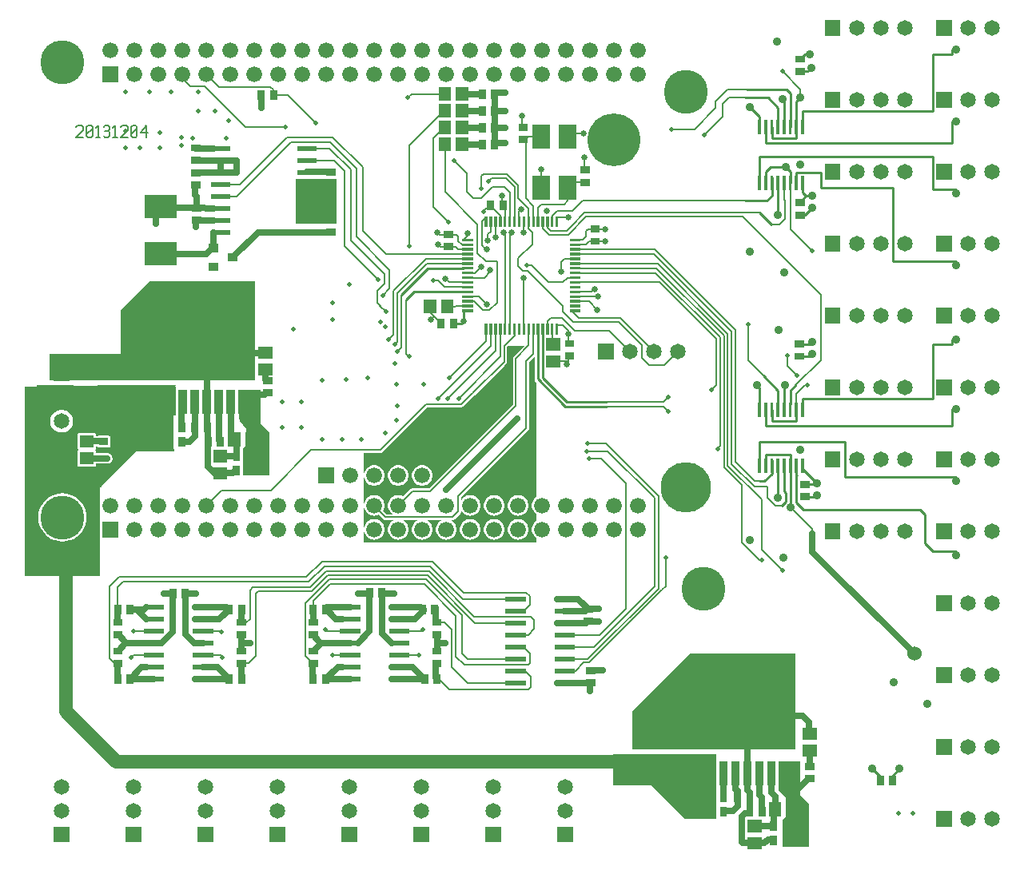
<source format=gbr>
G04 start of page 2 for group 0 idx 0 *
G04 Title: 971 BBB Cape, top *
G04 Creator: pcb 20110918 *
G04 CreationDate: Thu Dec  5 05:46:53 2013 UTC *
G04 For: brians *
G04 Format: Gerber/RS-274X *
G04 PCB-Dimensions: 500000 400000 *
G04 PCB-Coordinate-Origin: lower left *
%MOIN*%
%FSLAX25Y25*%
%LNTOP*%
%ADD199C,0.0350*%
%ADD198C,0.0600*%
%ADD197C,0.0200*%
%ADD196C,0.0360*%
%ADD195R,0.0748X0.0748*%
%ADD194R,0.0948X0.0948*%
%ADD193R,0.0340X0.0340*%
%ADD192R,0.0110X0.0110*%
%ADD191R,0.0200X0.0200*%
%ADD190R,0.2106X0.2106*%
%ADD189R,0.0350X0.0350*%
%ADD188R,0.0512X0.0512*%
%ADD187R,0.0130X0.0130*%
%ADD186R,0.0295X0.0295*%
%ADD185C,0.2100*%
%ADD184C,0.0660*%
%ADD183C,0.2200*%
%ADD182C,0.1830*%
%ADD181C,0.0650*%
%ADD180C,0.0550*%
%ADD179C,0.0400*%
%ADD178C,0.0250*%
%ADD177C,0.0080*%
%ADD176C,0.0100*%
%ADD175C,0.0001*%
G54D175*G36*
X323441Y99000D02*X347441Y123000D01*
X391441D01*
Y83000D01*
X323441D01*
Y99000D01*
G37*
G36*
X384441Y78000D02*X393441D01*
Y64000D01*
X396941Y60500D01*
Y42500D01*
X385941D01*
Y53500D01*
X387441Y55000D01*
Y63000D01*
X384441Y66000D01*
Y78000D01*
G37*
G36*
X315441Y81000D02*X358441D01*
Y54000D01*
X345441D01*
X331441Y68000D01*
X315441D01*
Y81000D01*
G37*
G36*
X275792Y211941D02*X280021Y216170D01*
X280057Y216201D01*
X280180Y216344D01*
X280180Y216344D01*
X280279Y216506D01*
X280351Y216680D01*
X280395Y216864D01*
X280410Y217052D01*
X280406Y217099D01*
Y244696D01*
X282630Y246920D01*
Y237610D01*
X282625Y237551D01*
X282644Y237316D01*
X282699Y237086D01*
X282789Y236868D01*
X282913Y236667D01*
X283066Y236487D01*
X283111Y236449D01*
X283441Y236119D01*
Y188427D01*
X283264Y188319D01*
X282749Y187879D01*
X282309Y187364D01*
X281956Y186787D01*
X281697Y186162D01*
X281539Y185504D01*
X281486Y184829D01*
X281539Y184154D01*
X281697Y183496D01*
X281956Y182871D01*
X282309Y182294D01*
X282749Y181779D01*
X283264Y181339D01*
X283441Y181231D01*
Y178427D01*
X283264Y178319D01*
X282749Y177879D01*
X282309Y177364D01*
X281956Y176787D01*
X281697Y176162D01*
X281539Y175504D01*
X281486Y174829D01*
X281539Y174154D01*
X281697Y173496D01*
X281956Y172871D01*
X282309Y172294D01*
X282749Y171779D01*
X283264Y171339D01*
X283441Y171231D01*
Y169500D01*
X275792D01*
Y170516D01*
X275799Y170516D01*
X276474Y170569D01*
X277132Y170727D01*
X277757Y170986D01*
X278334Y171339D01*
X278849Y171779D01*
X279289Y172294D01*
X279642Y172871D01*
X279901Y173496D01*
X280059Y174154D01*
X280099Y174829D01*
X280059Y175504D01*
X279901Y176162D01*
X279642Y176787D01*
X279289Y177364D01*
X278849Y177879D01*
X278334Y178319D01*
X277757Y178672D01*
X277132Y178931D01*
X276474Y179089D01*
X275799Y179142D01*
X275792Y179142D01*
Y180516D01*
X275799Y180516D01*
X276474Y180569D01*
X277132Y180727D01*
X277757Y180986D01*
X278334Y181339D01*
X278849Y181779D01*
X279289Y182294D01*
X279642Y182871D01*
X279901Y183496D01*
X280059Y184154D01*
X280099Y184829D01*
X280059Y185504D01*
X279901Y186162D01*
X279642Y186787D01*
X279289Y187364D01*
X278849Y187879D01*
X278334Y188319D01*
X277757Y188672D01*
X277132Y188931D01*
X276474Y189089D01*
X275799Y189142D01*
X275792Y189142D01*
Y211941D01*
G37*
G36*
X269438Y205587D02*X275792Y211941D01*
Y189142D01*
X275124Y189089D01*
X274466Y188931D01*
X273841Y188672D01*
X273264Y188319D01*
X272749Y187879D01*
X272309Y187364D01*
X271956Y186787D01*
X271697Y186162D01*
X271539Y185504D01*
X271486Y184829D01*
X271539Y184154D01*
X271697Y183496D01*
X271956Y182871D01*
X272309Y182294D01*
X272749Y181779D01*
X273264Y181339D01*
X273841Y180986D01*
X274466Y180727D01*
X275124Y180569D01*
X275792Y180516D01*
Y179142D01*
X275124Y179089D01*
X274466Y178931D01*
X273841Y178672D01*
X273264Y178319D01*
X272749Y177879D01*
X272309Y177364D01*
X271956Y176787D01*
X271697Y176162D01*
X271539Y175504D01*
X271486Y174829D01*
X271539Y174154D01*
X271697Y173496D01*
X271956Y172871D01*
X272309Y172294D01*
X272749Y171779D01*
X273264Y171339D01*
X273841Y170986D01*
X274466Y170727D01*
X275124Y170569D01*
X275792Y170516D01*
Y169500D01*
X269438D01*
Y172538D01*
X269642Y172871D01*
X269901Y173496D01*
X270059Y174154D01*
X270099Y174829D01*
X270059Y175504D01*
X269901Y176162D01*
X269642Y176787D01*
X269438Y177120D01*
Y182538D01*
X269642Y182871D01*
X269901Y183496D01*
X270059Y184154D01*
X270099Y184829D01*
X270059Y185504D01*
X269901Y186162D01*
X269642Y186787D01*
X269438Y187120D01*
Y196695D01*
X269441Y196694D01*
X269723Y196717D01*
X269999Y196783D01*
X270261Y196891D01*
X270502Y197039D01*
X270718Y197223D01*
X270902Y197439D01*
X271050Y197680D01*
X271158Y197942D01*
X271224Y198218D01*
X271241Y198500D01*
X271224Y198782D01*
X271158Y199058D01*
X271050Y199320D01*
X270902Y199561D01*
X270718Y199777D01*
X270502Y199961D01*
X270261Y200109D01*
X269999Y200217D01*
X269723Y200283D01*
X269441Y200306D01*
X269438Y200305D01*
Y205587D01*
G37*
G36*
X260938Y197087D02*X269438Y205587D01*
Y200305D01*
X269159Y200283D01*
X268883Y200217D01*
X268621Y200109D01*
X268380Y199961D01*
X268164Y199777D01*
X267980Y199561D01*
X267832Y199320D01*
X267724Y199058D01*
X267658Y198782D01*
X267635Y198500D01*
X267658Y198218D01*
X267724Y197942D01*
X267832Y197680D01*
X267980Y197439D01*
X268164Y197223D01*
X268380Y197039D01*
X268621Y196891D01*
X268883Y196783D01*
X269159Y196717D01*
X269438Y196695D01*
Y187120D01*
X269289Y187364D01*
X268849Y187879D01*
X268334Y188319D01*
X267757Y188672D01*
X267132Y188931D01*
X266474Y189089D01*
X265799Y189142D01*
X265124Y189089D01*
X264466Y188931D01*
X263841Y188672D01*
X263264Y188319D01*
X262749Y187879D01*
X262309Y187364D01*
X261956Y186787D01*
X261697Y186162D01*
X261539Y185504D01*
X261486Y184829D01*
X261539Y184154D01*
X261697Y183496D01*
X261956Y182871D01*
X262309Y182294D01*
X262749Y181779D01*
X263264Y181339D01*
X263841Y180986D01*
X264466Y180727D01*
X265124Y180569D01*
X265799Y180516D01*
X266474Y180569D01*
X267132Y180727D01*
X267757Y180986D01*
X268334Y181339D01*
X268849Y181779D01*
X269289Y182294D01*
X269438Y182538D01*
Y177120D01*
X269289Y177364D01*
X268849Y177879D01*
X268334Y178319D01*
X267757Y178672D01*
X267132Y178931D01*
X266474Y179089D01*
X265799Y179142D01*
X265124Y179089D01*
X264466Y178931D01*
X263841Y178672D01*
X263264Y178319D01*
X262749Y177879D01*
X262309Y177364D01*
X261956Y176787D01*
X261697Y176162D01*
X261539Y175504D01*
X261486Y174829D01*
X261539Y174154D01*
X261697Y173496D01*
X261956Y172871D01*
X262309Y172294D01*
X262749Y171779D01*
X263264Y171339D01*
X263841Y170986D01*
X264466Y170727D01*
X265124Y170569D01*
X265799Y170516D01*
X266474Y170569D01*
X267132Y170727D01*
X267757Y170986D01*
X268334Y171339D01*
X268849Y171779D01*
X269289Y172294D01*
X269438Y172538D01*
Y169500D01*
X260938D01*
Y189695D01*
X260941Y189694D01*
X261223Y189717D01*
X261499Y189783D01*
X261761Y189891D01*
X262002Y190039D01*
X262218Y190223D01*
X262402Y190439D01*
X262550Y190680D01*
X262658Y190942D01*
X262724Y191218D01*
X262741Y191500D01*
X262724Y191782D01*
X262658Y192058D01*
X262550Y192320D01*
X262402Y192561D01*
X262218Y192777D01*
X262002Y192961D01*
X261761Y193109D01*
X261499Y193217D01*
X261223Y193283D01*
X260941Y193306D01*
X260938Y193305D01*
Y197087D01*
G37*
G36*
X269938Y243063D02*X270797Y243922D01*
X270833Y243953D01*
X270956Y244096D01*
X270956Y244097D01*
X270956Y244097D01*
X271020Y244202D01*
X271055Y244258D01*
Y244258D01*
X271055Y244258D01*
X271120Y244415D01*
X271127Y244432D01*
X271127Y244432D01*
X271127Y244432D01*
X271148Y244519D01*
X271171Y244616D01*
Y244616D01*
X271171Y244616D01*
X271186Y244804D01*
X271182Y244851D01*
Y251016D01*
X271666Y251500D01*
X278449D01*
X273987Y247038D01*
X273951Y247007D01*
X273828Y246864D01*
X273729Y246702D01*
X273657Y246528D01*
X273613Y246344D01*
X273598Y246156D01*
X273602Y246109D01*
Y226938D01*
X269938Y223274D01*
Y229695D01*
X269941Y229694D01*
X270223Y229717D01*
X270499Y229783D01*
X270761Y229891D01*
X271002Y230039D01*
X271218Y230223D01*
X271402Y230439D01*
X271550Y230680D01*
X271658Y230942D01*
X271724Y231218D01*
X271741Y231500D01*
X271724Y231782D01*
X271658Y232058D01*
X271550Y232320D01*
X271402Y232561D01*
X271218Y232777D01*
X271002Y232961D01*
X270761Y233109D01*
X270499Y233217D01*
X270223Y233283D01*
X269941Y233306D01*
X269938Y233305D01*
Y243063D01*
G37*
G36*
X260938Y234062D02*X269938Y243063D01*
Y233305D01*
X269659Y233283D01*
X269383Y233217D01*
X269121Y233109D01*
X268880Y232961D01*
X268664Y232777D01*
X268480Y232561D01*
X268332Y232320D01*
X268224Y232058D01*
X268158Y231782D01*
X268135Y231500D01*
X268158Y231218D01*
X268224Y230942D01*
X268332Y230680D01*
X268480Y230439D01*
X268664Y230223D01*
X268880Y230039D01*
X269121Y229891D01*
X269383Y229783D01*
X269659Y229717D01*
X269938Y229695D01*
Y223274D01*
X260938Y214274D01*
Y234062D01*
G37*
G36*
X255792Y180516D02*X255799Y180516D01*
X256474Y180569D01*
X257132Y180727D01*
X257757Y180986D01*
X258334Y181339D01*
X258849Y181779D01*
X259289Y182294D01*
X259642Y182871D01*
X259901Y183496D01*
X260059Y184154D01*
X260099Y184829D01*
X260059Y185504D01*
X259901Y186162D01*
X259642Y186787D01*
X259289Y187364D01*
X258849Y187879D01*
X258334Y188319D01*
X257757Y188672D01*
X257132Y188931D01*
X256474Y189089D01*
X255799Y189142D01*
X255792Y189142D01*
Y191941D01*
X260938Y197087D01*
Y193305D01*
X260659Y193283D01*
X260383Y193217D01*
X260121Y193109D01*
X259880Y192961D01*
X259664Y192777D01*
X259480Y192561D01*
X259332Y192320D01*
X259224Y192058D01*
X259158Y191782D01*
X259135Y191500D01*
X259158Y191218D01*
X259224Y190942D01*
X259332Y190680D01*
X259480Y190439D01*
X259664Y190223D01*
X259880Y190039D01*
X260121Y189891D01*
X260383Y189783D01*
X260659Y189717D01*
X260938Y189695D01*
Y169500D01*
X255792D01*
Y170516D01*
X255799Y170516D01*
X256474Y170569D01*
X257132Y170727D01*
X257757Y170986D01*
X258334Y171339D01*
X258849Y171779D01*
X259289Y172294D01*
X259642Y172871D01*
X259901Y173496D01*
X260059Y174154D01*
X260099Y174829D01*
X260059Y175504D01*
X259901Y176162D01*
X259642Y176787D01*
X259289Y177364D01*
X258849Y177879D01*
X258334Y178319D01*
X257757Y178672D01*
X257132Y178931D01*
X256474Y179089D01*
X255799Y179142D01*
X255792Y179142D01*
Y180516D01*
G37*
G36*
Y189142D02*X255124Y189089D01*
X254466Y188931D01*
X253841Y188672D01*
X253264Y188319D01*
X252749Y187879D01*
X252309Y187364D01*
X252114Y187045D01*
Y188263D01*
X255792Y191941D01*
Y189142D01*
G37*
G36*
X243938Y170946D02*X244466Y170727D01*
X245124Y170569D01*
X245799Y170516D01*
X246474Y170569D01*
X247132Y170727D01*
X247757Y170986D01*
X248334Y171339D01*
X248849Y171779D01*
X249289Y172294D01*
X249642Y172871D01*
X249901Y173496D01*
X250059Y174154D01*
X250099Y174829D01*
X250059Y175504D01*
X249901Y176162D01*
X249642Y176787D01*
X249289Y177364D01*
X248849Y177879D01*
X248334Y178319D01*
X247757Y178672D01*
X247504Y178777D01*
X248534D01*
X248581Y178773D01*
X248769Y178788D01*
X248769Y178788D01*
X248769Y178788D01*
X248895Y178818D01*
X248953Y178832D01*
X248953Y178832D01*
X248953Y178832D01*
X249061Y178877D01*
X249127Y178904D01*
X249127Y178904D01*
X249127Y178904D01*
X249231Y178968D01*
X249288Y179003D01*
X249288Y179003D01*
X249289Y179003D01*
X249432Y179126D01*
X249463Y179162D01*
X251729Y181427D01*
X251765Y181458D01*
X251887Y181600D01*
X251888Y181601D01*
X251888Y181601D01*
X251888Y181601D01*
X251931Y181671D01*
X251986Y181762D01*
X251986Y181762D01*
X251987Y181763D01*
X252017Y181837D01*
X252059Y181937D01*
X252059Y181937D01*
X252059Y181937D01*
X252079Y182020D01*
X252103Y182120D01*
X252103Y182121D01*
X252103Y182121D01*
X252103Y182122D01*
X252118Y182309D01*
X252114Y182356D01*
Y182613D01*
X252309Y182294D01*
X252749Y181779D01*
X253264Y181339D01*
X253841Y180986D01*
X254466Y180727D01*
X255124Y180569D01*
X255792Y180516D01*
Y179142D01*
X255124Y179089D01*
X254466Y178931D01*
X253841Y178672D01*
X253264Y178319D01*
X252749Y177879D01*
X252309Y177364D01*
X251956Y176787D01*
X251697Y176162D01*
X251539Y175504D01*
X251486Y174829D01*
X251539Y174154D01*
X251697Y173496D01*
X251956Y172871D01*
X252309Y172294D01*
X252749Y171779D01*
X253264Y171339D01*
X253841Y170986D01*
X254466Y170727D01*
X255124Y170569D01*
X255792Y170516D01*
Y169500D01*
X243938D01*
Y170946D01*
G37*
G36*
Y178777D02*X244094D01*
X243938Y178712D01*
Y178777D01*
G37*
G36*
X251938Y225845D02*X252176D01*
X252223Y225841D01*
X252411Y225856D01*
X252595Y225900D01*
X252769Y225972D01*
X252931Y226071D01*
X253074Y226194D01*
X253105Y226230D01*
X257627Y230751D01*
X257637Y230764D01*
X257659Y230783D01*
X260938Y234062D01*
Y214274D01*
X251938Y205274D01*
Y208695D01*
X251941Y208694D01*
X252223Y208717D01*
X252499Y208783D01*
X252761Y208891D01*
X253002Y209039D01*
X253218Y209223D01*
X253402Y209439D01*
X253550Y209680D01*
X253658Y209942D01*
X253724Y210218D01*
X253741Y210500D01*
X253724Y210782D01*
X253658Y211058D01*
X253550Y211320D01*
X253402Y211561D01*
X253218Y211777D01*
X253002Y211961D01*
X252761Y212109D01*
X252499Y212217D01*
X252223Y212283D01*
X251941Y212306D01*
X251938Y212305D01*
Y225845D01*
G37*
G36*
X243938D02*X251938D01*
Y212305D01*
X251659Y212283D01*
X251383Y212217D01*
X251121Y212109D01*
X250880Y211961D01*
X250664Y211777D01*
X250480Y211561D01*
X250332Y211320D01*
X250224Y211058D01*
X250158Y210782D01*
X250135Y210500D01*
X250158Y210218D01*
X250224Y209942D01*
X250332Y209680D01*
X250480Y209439D01*
X250664Y209223D01*
X250880Y209039D01*
X251121Y208891D01*
X251383Y208783D01*
X251659Y208717D01*
X251938Y208695D01*
Y205274D01*
X243938Y197274D01*
Y200195D01*
X243941Y200194D01*
X244223Y200217D01*
X244499Y200283D01*
X244761Y200391D01*
X245002Y200539D01*
X245218Y200723D01*
X245402Y200939D01*
X245550Y201180D01*
X245658Y201442D01*
X245724Y201718D01*
X245741Y202000D01*
X245724Y202282D01*
X245658Y202558D01*
X245550Y202820D01*
X245402Y203061D01*
X245218Y203277D01*
X245002Y203461D01*
X244761Y203609D01*
X244499Y203717D01*
X244223Y203783D01*
X243941Y203806D01*
X243938Y203805D01*
Y225845D01*
G37*
G36*
X215792Y180516D02*X215799Y180516D01*
X216474Y180569D01*
X217132Y180727D01*
X217674Y180951D01*
X219463Y179162D01*
X219494Y179126D01*
X219637Y179003D01*
X219637Y179003D01*
X219799Y178904D01*
X219973Y178832D01*
X220157Y178788D01*
X220345Y178773D01*
X220392Y178777D01*
X224094D01*
X223841Y178672D01*
X223264Y178319D01*
X222749Y177879D01*
X222309Y177364D01*
X221956Y176787D01*
X221697Y176162D01*
X221539Y175504D01*
X221486Y174829D01*
X221539Y174154D01*
X221697Y173496D01*
X221956Y172871D01*
X222309Y172294D01*
X222749Y171779D01*
X223264Y171339D01*
X223841Y170986D01*
X224466Y170727D01*
X225124Y170569D01*
X225799Y170516D01*
X226474Y170569D01*
X227132Y170727D01*
X227757Y170986D01*
X228334Y171339D01*
X228849Y171779D01*
X229289Y172294D01*
X229642Y172871D01*
X229901Y173496D01*
X230059Y174154D01*
X230099Y174829D01*
X230059Y175504D01*
X229901Y176162D01*
X229642Y176787D01*
X229289Y177364D01*
X228849Y177879D01*
X228334Y178319D01*
X227757Y178672D01*
X227504Y178777D01*
X233567D01*
X233567Y178777D01*
X234094D01*
X233841Y178672D01*
X233264Y178319D01*
X232749Y177879D01*
X232309Y177364D01*
X231956Y176787D01*
X231697Y176162D01*
X231539Y175504D01*
X231486Y174829D01*
X231539Y174154D01*
X231697Y173496D01*
X231956Y172871D01*
X232309Y172294D01*
X232749Y171779D01*
X233264Y171339D01*
X233841Y170986D01*
X234466Y170727D01*
X235124Y170569D01*
X235799Y170516D01*
X236474Y170569D01*
X237132Y170727D01*
X237757Y170986D01*
X238334Y171339D01*
X238849Y171779D01*
X239289Y172294D01*
X239642Y172871D01*
X239901Y173496D01*
X240059Y174154D01*
X240099Y174829D01*
X240059Y175504D01*
X239901Y176162D01*
X239642Y176787D01*
X239289Y177364D01*
X238849Y177879D01*
X238334Y178319D01*
X237757Y178672D01*
X237504Y178777D01*
X243938D01*
Y178712D01*
X243841Y178672D01*
X243264Y178319D01*
X242749Y177879D01*
X242309Y177364D01*
X241956Y176787D01*
X241697Y176162D01*
X241539Y175504D01*
X241486Y174829D01*
X241539Y174154D01*
X241697Y173496D01*
X241956Y172871D01*
X242309Y172294D01*
X242749Y171779D01*
X243264Y171339D01*
X243841Y170986D01*
X243938Y170946D01*
Y169500D01*
X215792D01*
Y170516D01*
X215799Y170516D01*
X216474Y170569D01*
X217132Y170727D01*
X217757Y170986D01*
X218334Y171339D01*
X218849Y171779D01*
X219289Y172294D01*
X219642Y172871D01*
X219901Y173496D01*
X220059Y174154D01*
X220099Y174829D01*
X220059Y175504D01*
X219901Y176162D01*
X219642Y176787D01*
X219289Y177364D01*
X218849Y177879D01*
X218334Y178319D01*
X217757Y178672D01*
X217132Y178931D01*
X216474Y179089D01*
X215799Y179142D01*
X215792Y179142D01*
Y180516D01*
G37*
G36*
X235792Y223699D02*X237938Y225845D01*
X243938D01*
Y203805D01*
X243659Y203783D01*
X243383Y203717D01*
X243121Y203609D01*
X242880Y203461D01*
X242664Y203277D01*
X242480Y203061D01*
X242332Y202820D01*
X242224Y202558D01*
X242158Y202282D01*
X242135Y202000D01*
X242158Y201718D01*
X242224Y201442D01*
X242332Y201180D01*
X242480Y200939D01*
X242664Y200723D01*
X242880Y200539D01*
X243121Y200391D01*
X243383Y200283D01*
X243659Y200217D01*
X243938Y200195D01*
Y197274D01*
X238686Y192022D01*
X235792D01*
Y193016D01*
X235799Y193016D01*
X236474Y193069D01*
X237132Y193227D01*
X237757Y193486D01*
X238334Y193839D01*
X238849Y194279D01*
X239289Y194794D01*
X239642Y195371D01*
X239901Y195996D01*
X240059Y196654D01*
X240099Y197329D01*
X240059Y198004D01*
X239901Y198662D01*
X239642Y199287D01*
X239289Y199864D01*
X238849Y200379D01*
X238334Y200819D01*
X237757Y201172D01*
X237132Y201431D01*
X236474Y201589D01*
X235799Y201642D01*
X235792Y201642D01*
Y223699D01*
G37*
G36*
X225792Y213699D02*X235792Y223699D01*
Y201642D01*
X235124Y201589D01*
X234466Y201431D01*
X233841Y201172D01*
X233264Y200819D01*
X232749Y200379D01*
X232309Y199864D01*
X231956Y199287D01*
X231697Y198662D01*
X231539Y198004D01*
X231486Y197329D01*
X231539Y196654D01*
X231697Y195996D01*
X231956Y195371D01*
X232309Y194794D01*
X232749Y194279D01*
X233264Y193839D01*
X233841Y193486D01*
X234466Y193227D01*
X235124Y193069D01*
X235792Y193016D01*
Y192022D01*
X231887D01*
X231840Y192026D01*
X231652Y192011D01*
X231468Y191967D01*
X231294Y191895D01*
X231132Y191796D01*
X231132Y191796D01*
X230989Y191673D01*
X230958Y191637D01*
X227903Y188583D01*
X227757Y188672D01*
X227132Y188931D01*
X226474Y189089D01*
X225799Y189142D01*
X225792Y189142D01*
Y193016D01*
X225799Y193016D01*
X226474Y193069D01*
X227132Y193227D01*
X227757Y193486D01*
X228334Y193839D01*
X228849Y194279D01*
X229289Y194794D01*
X229642Y195371D01*
X229901Y195996D01*
X230059Y196654D01*
X230099Y197329D01*
X230059Y198004D01*
X229901Y198662D01*
X229642Y199287D01*
X229289Y199864D01*
X228849Y200379D01*
X228334Y200819D01*
X227757Y201172D01*
X227132Y201431D01*
X226474Y201589D01*
X225799Y201642D01*
X225792Y201642D01*
Y213699D01*
G37*
G36*
X218349Y206800D02*X218396Y206796D01*
X218584Y206811D01*
X218584Y206811D01*
X218768Y206855D01*
X218942Y206927D01*
X219104Y207026D01*
X219247Y207149D01*
X219278Y207185D01*
X225792Y213699D01*
Y201642D01*
X225124Y201589D01*
X224466Y201431D01*
X223841Y201172D01*
X223264Y200819D01*
X222749Y200379D01*
X222309Y199864D01*
X221956Y199287D01*
X221697Y198662D01*
X221539Y198004D01*
X221486Y197329D01*
X221539Y196654D01*
X221697Y195996D01*
X221956Y195371D01*
X222309Y194794D01*
X222749Y194279D01*
X223264Y193839D01*
X223841Y193486D01*
X224466Y193227D01*
X225124Y193069D01*
X225792Y193016D01*
Y189142D01*
X225124Y189089D01*
X224466Y188931D01*
X223841Y188672D01*
X223264Y188319D01*
X222749Y187879D01*
X222309Y187364D01*
X221956Y186787D01*
X221697Y186162D01*
X221539Y185504D01*
X221486Y184829D01*
X221539Y184154D01*
X221697Y183496D01*
X221956Y182871D01*
X222309Y182294D01*
X222749Y181779D01*
X223264Y181339D01*
X223529Y181177D01*
X220842D01*
X219454Y182565D01*
X219642Y182871D01*
X219901Y183496D01*
X220059Y184154D01*
X220099Y184829D01*
X220059Y185504D01*
X219901Y186162D01*
X219642Y186787D01*
X219289Y187364D01*
X218849Y187879D01*
X218334Y188319D01*
X217757Y188672D01*
X217132Y188931D01*
X216474Y189089D01*
X215799Y189142D01*
X215792Y189142D01*
Y193016D01*
X215799Y193016D01*
X216474Y193069D01*
X217132Y193227D01*
X217757Y193486D01*
X218334Y193839D01*
X218849Y194279D01*
X219289Y194794D01*
X219642Y195371D01*
X219901Y195996D01*
X220059Y196654D01*
X220099Y197329D01*
X220059Y198004D01*
X219901Y198662D01*
X219642Y199287D01*
X219289Y199864D01*
X218849Y200379D01*
X218334Y200819D01*
X217757Y201172D01*
X217132Y201431D01*
X216474Y201589D01*
X215799Y201642D01*
X215792Y201642D01*
Y206800D01*
X218349D01*
G37*
G36*
X215792Y189142D02*X215124Y189089D01*
X214466Y188931D01*
X213841Y188672D01*
X213264Y188319D01*
X212749Y187879D01*
X212309Y187364D01*
X211956Y186787D01*
X211697Y186162D01*
X211539Y185504D01*
X211486Y184829D01*
X211539Y184154D01*
X211697Y183496D01*
X211956Y182871D01*
X212309Y182294D01*
X212749Y181779D01*
X213264Y181339D01*
X213841Y180986D01*
X214466Y180727D01*
X215124Y180569D01*
X215792Y180516D01*
Y179142D01*
X215124Y179089D01*
X214466Y178931D01*
X213841Y178672D01*
X213264Y178319D01*
X212749Y177879D01*
X212309Y177364D01*
X211956Y176787D01*
X211697Y176162D01*
X211539Y175504D01*
X211486Y174829D01*
X211539Y174154D01*
X211697Y173496D01*
X211956Y172871D01*
X212309Y172294D01*
X212749Y171779D01*
X213264Y171339D01*
X213841Y170986D01*
X214466Y170727D01*
X215124Y170569D01*
X215792Y170516D01*
Y169500D01*
X211441D01*
Y206800D01*
X215792D01*
Y201642D01*
X215124Y201589D01*
X214466Y201431D01*
X213841Y201172D01*
X213264Y200819D01*
X212749Y200379D01*
X212309Y199864D01*
X211956Y199287D01*
X211697Y198662D01*
X211539Y198004D01*
X211486Y197329D01*
X211539Y196654D01*
X211697Y195996D01*
X211956Y195371D01*
X212309Y194794D01*
X212749Y194279D01*
X213264Y193839D01*
X213841Y193486D01*
X214466Y193227D01*
X215124Y193069D01*
X215792Y193016D01*
Y189142D01*
G37*
G36*
X267324Y200573D02*X271324D01*
Y196573D01*
X267324D01*
Y200573D01*
G37*
G36*
X271324D01*
Y196573D01*
X267324D01*
Y200573D01*
G37*
G36*
X258824Y193573D02*X262824D01*
Y189573D01*
X258824D01*
Y193573D01*
G37*
G36*
X241824Y204073D02*X245824D01*
Y200073D01*
X241824D01*
Y204073D01*
G37*
G36*
X249824Y212573D02*X253824D01*
Y208573D01*
X249824D01*
Y212573D01*
G37*
G36*
X267824Y233573D02*X271824D01*
Y229573D01*
X267824D01*
Y233573D01*
G37*
G36*
X159441Y233000D02*X168441D01*
Y219000D01*
X171941Y215500D01*
Y197500D01*
X160941D01*
Y208500D01*
X162441Y210000D01*
Y218000D01*
X159441Y221000D01*
Y233000D01*
G37*
G36*
X182941Y321000D02*X199941D01*
Y302500D01*
X182941D01*
Y321000D01*
G37*
G36*
X80441Y248000D02*X109941D01*
Y266500D01*
X121941Y278500D01*
X165941D01*
Y237000D01*
X80441D01*
Y248000D01*
G37*
G36*
X74941Y235000D02*X90441D01*
Y225000D01*
X74941D01*
Y235000D01*
G37*
G36*
X100441D02*X115941D01*
Y225000D01*
X100441D01*
Y235000D01*
G37*
G36*
X112441D02*X127941D01*
Y225000D01*
X112441D01*
Y235000D01*
G37*
G36*
X117441D02*X132941Y234500D01*
Y225000D01*
X117441D01*
Y235000D01*
G37*
G36*
Y232500D02*X132941D01*
Y222500D01*
X117441D01*
Y232500D01*
G37*
G36*
X114941Y223000D02*X130441D01*
Y213000D01*
X114941D01*
Y223000D01*
G37*
G36*
X116441Y224000D02*X131941D01*
Y214000D01*
X116441D01*
Y224000D01*
G37*
G36*
X99941D02*X115441D01*
Y214000D01*
X99941D01*
Y224000D01*
G37*
G36*
X116441Y217500D02*X131941D01*
Y207500D01*
X116441D01*
Y217500D01*
G37*
G36*
X85784Y194500D02*X101441D01*
Y155500D01*
X85784D01*
Y169749D01*
X85799Y169748D01*
X87376Y169872D01*
X88914Y170241D01*
X90376Y170847D01*
X91724Y171673D01*
X92927Y172701D01*
X93955Y173904D01*
X94781Y175252D01*
X95387Y176714D01*
X95756Y178252D01*
X95849Y179829D01*
X95756Y181406D01*
X95387Y182944D01*
X94781Y184406D01*
X93955Y185754D01*
X92927Y186957D01*
X91724Y187985D01*
X90376Y188811D01*
X88914Y189417D01*
X87376Y189786D01*
X85799Y189910D01*
X85784Y189909D01*
Y194500D01*
G37*
G36*
X69941D02*X85784D01*
Y189909D01*
X84222Y189786D01*
X82684Y189417D01*
X81222Y188811D01*
X79874Y187985D01*
X78671Y186957D01*
X77643Y185754D01*
X76817Y184406D01*
X76211Y182944D01*
X75842Y181406D01*
X75718Y179829D01*
X75842Y178252D01*
X76211Y176714D01*
X76817Y175252D01*
X77643Y173904D01*
X78671Y172701D01*
X79874Y171673D01*
X81222Y170847D01*
X82684Y170241D01*
X84222Y169872D01*
X85784Y169749D01*
Y155500D01*
X69941D01*
Y194500D01*
G37*
G36*
X102941Y228002D02*X113042Y228010D01*
X113195Y228047D01*
X113340Y228107D01*
X113475Y228189D01*
X113571Y228272D01*
X113667Y228189D01*
X113802Y228107D01*
X113947Y228047D01*
X114100Y228010D01*
X114257Y228001D01*
X125042Y228010D01*
X125195Y228047D01*
X125340Y228107D01*
X125475Y228189D01*
X125594Y228292D01*
X125697Y228411D01*
X125779Y228546D01*
X125839Y228691D01*
X125876Y228844D01*
X125885Y229001D01*
X125876Y234276D01*
X125839Y234429D01*
X125779Y234574D01*
X125697Y234709D01*
X125594Y234828D01*
X125475Y234931D01*
X125458Y234941D01*
X132941Y235000D01*
X132922Y233953D01*
X132850Y233971D01*
X132693Y233980D01*
X129032Y233971D01*
X128879Y233934D01*
X128734Y233874D01*
X128599Y233792D01*
X128480Y233689D01*
X128377Y233570D01*
X128295Y233435D01*
X128235Y233290D01*
X128198Y233137D01*
X128189Y232980D01*
X128198Y223020D01*
X128203Y223000D01*
Y219972D01*
X128165Y219928D01*
X128083Y219793D01*
X128023Y219648D01*
X127986Y219495D01*
X127977Y219338D01*
X127986Y215245D01*
X128023Y215092D01*
X128083Y214947D01*
X128165Y214812D01*
X128203Y214768D01*
Y213972D01*
X128165Y213928D01*
X128083Y213793D01*
X128023Y213648D01*
X127986Y213495D01*
X127977Y213338D01*
X127986Y209245D01*
X128023Y209092D01*
X128083Y208947D01*
X128165Y208812D01*
X128268Y208693D01*
X128387Y208590D01*
X128522Y208508D01*
X128667Y208448D01*
X128820Y208411D01*
X128977Y208402D01*
X132086Y208411D01*
X132239Y208448D01*
X132384Y208508D01*
X132460Y208555D01*
X132441Y207500D01*
X116441D01*
X102941Y194000D01*
Y202250D01*
X104441D01*
X104794Y202271D01*
X105138Y202354D01*
X105466Y202489D01*
X105768Y202674D01*
X106037Y202904D01*
X106267Y203173D01*
X106452Y203475D01*
X106587Y203803D01*
X106670Y204147D01*
X106698Y204500D01*
X106670Y204853D01*
X106587Y205197D01*
X106452Y205525D01*
X106267Y205827D01*
X106037Y206096D01*
X105768Y206326D01*
X105466Y206511D01*
X105138Y206646D01*
X104794Y206729D01*
X104441Y206750D01*
X102941D01*
Y208969D01*
X105066Y208974D01*
X105219Y209011D01*
X105364Y209071D01*
X105499Y209153D01*
X105618Y209256D01*
X105721Y209375D01*
X105803Y209510D01*
X105863Y209655D01*
X105900Y209808D01*
X105909Y209965D01*
X105900Y213074D01*
X105863Y213227D01*
X105803Y213372D01*
X105721Y213507D01*
X105618Y213626D01*
X105499Y213729D01*
X105364Y213811D01*
X105219Y213871D01*
X105066Y213908D01*
X104909Y213917D01*
X102941Y213913D01*
Y214087D01*
X105066Y214092D01*
X105219Y214129D01*
X105364Y214189D01*
X105499Y214271D01*
X105618Y214374D01*
X105721Y214493D01*
X105803Y214628D01*
X105863Y214773D01*
X105900Y214926D01*
X105909Y215083D01*
X105900Y218192D01*
X105863Y218345D01*
X105803Y218490D01*
X105721Y218625D01*
X105618Y218744D01*
X105499Y218847D01*
X105364Y218929D01*
X105219Y218989D01*
X105066Y219026D01*
X104909Y219035D01*
X102941Y219031D01*
Y228002D01*
G37*
G36*
Y206750D02*X99884D01*
X99884Y207173D01*
X99847Y207326D01*
X99787Y207471D01*
X99705Y207606D01*
X99602Y207725D01*
X99483Y207828D01*
X99348Y207910D01*
X99203Y207970D01*
X99078Y208000D01*
X99203Y208030D01*
X99348Y208090D01*
X99483Y208172D01*
X99602Y208275D01*
X99705Y208394D01*
X99787Y208529D01*
X99847Y208674D01*
X99884Y208827D01*
X99893Y208984D01*
X99892Y209293D01*
X100232D01*
X100264Y209256D01*
X100383Y209153D01*
X100518Y209071D01*
X100663Y209011D01*
X100816Y208974D01*
X100973Y208965D01*
X102941Y208969D01*
Y206750D01*
G37*
G36*
X85434Y225236D02*X85441Y225235D01*
X86186Y225294D01*
X86913Y225469D01*
X87604Y225755D01*
X88242Y226145D01*
X88810Y226631D01*
X89296Y227199D01*
X89686Y227837D01*
X89972Y228528D01*
X90147Y229255D01*
X90191Y230000D01*
X90147Y230745D01*
X89972Y231472D01*
X89686Y232163D01*
X89296Y232801D01*
X88810Y233369D01*
X88242Y233855D01*
X87604Y234245D01*
X86913Y234531D01*
X86497Y234631D01*
X101481Y234750D01*
X101445Y234709D01*
X101363Y234574D01*
X101303Y234429D01*
X101266Y234276D01*
X101257Y234119D01*
X101266Y228844D01*
X101303Y228691D01*
X101363Y228546D01*
X101445Y228411D01*
X101548Y228292D01*
X101667Y228189D01*
X101802Y228107D01*
X101947Y228047D01*
X102100Y228010D01*
X102257Y228001D01*
X102941Y228002D01*
Y219031D01*
X100816Y219026D01*
X100663Y218989D01*
X100518Y218929D01*
X100383Y218847D01*
X100264Y218744D01*
X100161Y218625D01*
X100079Y218490D01*
X100019Y218345D01*
X99982Y218192D01*
X99973Y218035D01*
X99982Y214926D01*
X100019Y214773D01*
X100079Y214628D01*
X100161Y214493D01*
X100264Y214374D01*
X100383Y214271D01*
X100518Y214189D01*
X100663Y214129D01*
X100816Y214092D01*
X100973Y214083D01*
X102941Y214087D01*
Y213913D01*
X100816Y213908D01*
X100663Y213871D01*
X100518Y213811D01*
X100489Y213793D01*
X99885D01*
X99884Y214259D01*
X99847Y214412D01*
X99787Y214557D01*
X99705Y214692D01*
X99602Y214811D01*
X99483Y214914D01*
X99348Y214996D01*
X99203Y215056D01*
X99050Y215093D01*
X98893Y215102D01*
X92832Y215093D01*
X92679Y215056D01*
X92534Y214996D01*
X92399Y214914D01*
X92280Y214811D01*
X92177Y214692D01*
X92095Y214557D01*
X92035Y214412D01*
X91998Y214259D01*
X91989Y214102D01*
X91998Y208827D01*
X92035Y208674D01*
X92095Y208529D01*
X92177Y208394D01*
X92280Y208275D01*
X92399Y208172D01*
X92534Y208090D01*
X92679Y208030D01*
X92804Y208000D01*
X92679Y207970D01*
X92534Y207910D01*
X92399Y207828D01*
X92280Y207725D01*
X92177Y207606D01*
X92095Y207471D01*
X92035Y207326D01*
X91998Y207173D01*
X91989Y207016D01*
X91998Y201741D01*
X92035Y201588D01*
X92095Y201443D01*
X92177Y201308D01*
X92280Y201189D01*
X92399Y201086D01*
X92534Y201004D01*
X92679Y200944D01*
X92832Y200907D01*
X92989Y200898D01*
X99050Y200907D01*
X99203Y200944D01*
X99348Y201004D01*
X99483Y201086D01*
X99602Y201189D01*
X99705Y201308D01*
X99787Y201443D01*
X99847Y201588D01*
X99884Y201741D01*
X99893Y201898D01*
X99892Y202250D01*
X102941D01*
Y194000D01*
X101941Y193000D01*
Y192500D01*
X85434D01*
Y215236D01*
X85441Y215235D01*
X86186Y215294D01*
X86913Y215469D01*
X87604Y215755D01*
X88242Y216145D01*
X88810Y216631D01*
X89296Y217199D01*
X89686Y217837D01*
X89972Y218528D01*
X90147Y219255D01*
X90191Y220000D01*
X90147Y220745D01*
X89972Y221472D01*
X89686Y222163D01*
X89296Y222801D01*
X88810Y223369D01*
X88242Y223855D01*
X87604Y224245D01*
X86913Y224531D01*
X86186Y224706D01*
X85441Y224765D01*
X85434Y224764D01*
Y225236D01*
G37*
G36*
X69941Y234500D02*X84313Y234614D01*
X83969Y234531D01*
X83278Y234245D01*
X82640Y233855D01*
X82072Y233369D01*
X81586Y232801D01*
X81196Y232163D01*
X80910Y231472D01*
X80735Y230745D01*
X80676Y230000D01*
X80735Y229255D01*
X80910Y228528D01*
X81196Y227837D01*
X81586Y227199D01*
X82072Y226631D01*
X82640Y226145D01*
X83278Y225755D01*
X83969Y225469D01*
X84696Y225294D01*
X85434Y225236D01*
Y224764D01*
X84696Y224706D01*
X83969Y224531D01*
X83278Y224245D01*
X82640Y223855D01*
X82072Y223369D01*
X81586Y222801D01*
X81196Y222163D01*
X80910Y221472D01*
X80735Y220745D01*
X80676Y220000D01*
X80735Y219255D01*
X80910Y218528D01*
X81196Y217837D01*
X81586Y217199D01*
X82072Y216631D01*
X82640Y216145D01*
X83278Y215755D01*
X83969Y215469D01*
X84696Y215294D01*
X85434Y215236D01*
Y192500D01*
X69941D01*
Y234500D01*
G37*
G54D176*X371215Y358262D02*X371157D01*
X387623D02*X371287D01*
X379941Y355000D02*X370441D01*
X384162Y344917D02*Y350779D01*
X379044Y340311D02*Y336000D01*
X381603Y342614D02*Y338000D01*
X384162Y350779D02*X379941Y355000D01*
X386720Y353721D02*X385941Y354500D01*
X381603Y338000D02*X391838D01*
X376485Y347145D02*X372441Y351189D01*
X376485Y342614D02*Y347145D01*
X389279Y342614D02*Y355913D01*
X386720Y342614D02*Y353721D01*
X458441Y375000D02*X456641D01*
Y373200D01*
X448750D01*
Y349250D01*
X458441Y345000D02*X456641D01*
Y336000D01*
X448750Y330300D02*X376485D01*
X448750D02*Y322775D01*
X376485Y330300D02*Y325219D01*
X456641Y336000D02*X379044D01*
X402250Y323839D02*X391838D01*
X458441Y316800D02*Y315000D01*
Y316800D02*X458250D01*
D03*
X448750D01*
Y328750D02*Y316800D01*
X391838Y323839D02*Y321689D01*
X394397Y319386D02*Y315434D01*
X379044Y319386D02*Y324000D01*
X379441Y312000D02*X370441D01*
X381603Y314162D02*X379441Y312000D01*
X381044Y326000D02*X387441D01*
X379044Y324000D02*X381044Y326000D01*
X389279Y319386D02*Y324162D01*
X387441Y326000D02*X389279Y324162D01*
X381603Y321689D02*Y314162D01*
X376485Y328750D02*Y321689D01*
X402250Y323839D02*Y317434D01*
X395831Y314000D02*X398441D01*
G54D177*X387172Y312000D02*X386720Y312452D01*
Y319386D01*
G54D176*X448750Y349250D02*X394397D01*
X391838Y338000D02*Y353397D01*
X394397Y349250D02*Y344917D01*
X393441Y365941D02*X396441D01*
X397941Y367441D01*
X397441Y373000D02*X395441D01*
X393441Y371000D01*
X389279Y356605D02*X387623Y358262D01*
X389279Y356005D02*Y356605D01*
X391838Y353397D02*X393441Y355000D01*
G54D177*Y358500D01*
X385941Y366000D02*X393441Y358500D01*
X306581Y273940D02*X307716Y275075D01*
X305390Y270003D02*X308872Y266522D01*
X297976Y273940D02*X306581D01*
X297976Y271971D02*X308992D01*
X297976Y270003D02*X305390D01*
X297976Y287719D02*X295178D01*
X297976Y279845D02*X296286D01*
X294441Y278000D01*
X295259Y287719D02*X293902Y286362D01*
Y282263D01*
X294482Y268095D02*Y265543D01*
X297976Y266066D02*X301042Y263000D01*
X318441D01*
X294482Y265543D02*X298803Y261222D01*
X317755D01*
X313869Y257572D02*X299592D01*
X294164Y263000D01*
G54D176*X295489Y226192D02*X312917D01*
X284130Y237551D02*X295489Y226192D01*
X296103Y228124D02*X312620D01*
X286099Y238128D02*X296103Y228124D01*
X284130Y260093D02*Y237551D01*
X286099Y260093D02*Y238128D01*
G54D177*X280193Y251547D02*Y258394D01*
X282162Y260093D02*Y248149D01*
X279206Y245193D02*Y230234D01*
X292004Y260093D02*X294441D01*
X274802Y246156D02*X280193Y251547D01*
X282162Y248149D02*X279206Y245193D01*
X296748Y252388D02*Y253650D01*
Y247270D02*Y245000D01*
X296662Y244914D01*
X290441D01*
X295937D02*Y243628D01*
X294348Y260093D02*X296748Y257693D01*
Y253693D01*
X290048Y252000D02*Y258394D01*
X289441Y263000D02*X288067Y261626D01*
Y258394D01*
X279890Y282687D02*X294482Y268095D01*
X294164Y263000D02*X289441D01*
X318441D02*X332441Y249000D01*
X317755Y261222D02*X327407Y251570D01*
Y246410D01*
X330486Y243331D01*
X313869Y257572D02*X322441Y249000D01*
X262477Y260093D02*Y253536D01*
X264445Y260093D02*Y251504D01*
X266414Y260093D02*X266441Y249500D01*
X274802Y246156D02*Y226441D01*
X256810Y231631D02*X269982Y244804D01*
X268382Y260093D02*Y246941D01*
X274288Y260093D02*Y255819D01*
X269982Y251513D01*
Y244804D01*
X257443Y270002D02*X261210Y266235D01*
X263795D01*
X266978Y269418D01*
X288066Y300735D02*X289428Y299372D01*
X286098Y300431D02*X288774Y297755D01*
X288066Y304963D02*Y300735D01*
X286098Y304963D02*Y300440D01*
Y300614D02*Y300440D01*
Y300475D02*Y300431D01*
X278224Y304963D02*Y298517D01*
X276255Y304963D02*Y307300D01*
X277174Y308219D01*
X266413Y304963D02*Y296594D01*
X264444Y304963D02*Y298992D01*
Y299125D02*X263240Y297921D01*
X262476Y304963D02*X260740Y303227D01*
Y293329D01*
X258841Y290090D02*Y301933D01*
X260740Y293329D02*X262240Y291829D01*
X262740D01*
X253106Y295592D02*X254740Y297226D01*
Y298329D01*
X263240Y297921D02*Y295329D01*
X270351Y295943D02*Y297933D01*
X272319Y295908D02*Y297672D01*
X270351Y297933D02*X269653Y298631D01*
X272319Y297672D02*X273229Y298582D01*
X253106Y270002D02*X257334D01*
X261609Y279844D02*X264034Y282269D01*
X266978Y286653D02*X262278D01*
X258841Y290090D01*
X274287Y304963D02*Y317689D01*
X270726Y321249D01*
X275887Y312972D02*Y318352D01*
X270350Y304963D02*Y309150D01*
X272318Y304963D02*Y315385D01*
X280192Y308667D02*X275887Y312972D01*
X278941Y328992D02*Y313000D01*
X282161Y309780D01*
Y303264D01*
X272318Y315385D02*X269965Y317738D01*
X278941Y328008D02*Y337500D01*
X280119Y338678D01*
X285430D01*
X277449Y342559D02*Y347500D01*
G54D178*X260839Y342992D02*X260347Y342500D01*
X265957Y349992D02*Y342500D01*
Y349992D02*X266449Y349500D01*
X270441D01*
X265957Y342500D02*X266000Y342457D01*
Y335500D01*
X265957Y342008D02*X266449Y342500D01*
X270441D01*
X266000Y335992D02*X266008Y336000D01*
X270441D01*
X266000Y356992D02*Y349500D01*
Y356992D02*X270441D01*
G54D177*X270708Y321267D02*X264708D01*
X271118Y323121D02*X261394D01*
X260568Y322295D01*
X264708Y321267D02*X263441Y320000D01*
X260568Y322295D02*Y316997D01*
X269965Y317738D02*X265196D01*
X260348Y312890D01*
X270350Y309150D02*X269500Y310000D01*
Y310492D02*X268941Y311051D01*
Y314000D01*
X268381Y304963D02*Y305794D01*
X267156Y307019D01*
X267255Y306920D02*X264382Y309793D01*
Y310000D01*
Y310492D02*X261502Y307612D01*
Y307367D01*
X260348Y312890D02*X257209D01*
X254546Y315552D01*
Y323347D01*
X303365Y324772D02*Y330000D01*
X296453Y340007D02*X302941D01*
X339837Y341827D02*X349316D01*
X358050Y350561D01*
X353390Y339521D02*X360933Y347064D01*
Y352336D01*
X358050Y350561D02*Y353251D01*
X363061Y358262D01*
X360933Y352336D02*X363598Y355000D01*
X371157Y358262D02*X363061D01*
X370441Y355000D02*X363598D01*
X307462Y300156D02*X312157D01*
X304176Y305229D02*X369319D01*
X303559Y307000D02*X376441D01*
X302670Y312000D02*X370441D01*
X297976Y283782D02*X333399D01*
X297976Y281814D02*X333104D01*
X297976Y277877D02*X334778D01*
X297976Y285751D02*X333942D01*
X297976Y289688D02*X332396D01*
X332251Y291656D02*X332761D01*
X371602Y260228D02*Y245343D01*
X377944Y239000D01*
X358441Y252000D02*Y235000D01*
X363241Y256452D02*Y255546D01*
X364841Y257243D02*Y256457D01*
X366441Y257976D02*Y256869D01*
X358441Y235000D02*X356441Y233000D01*
X312620Y228124D02*X336441D01*
X312917Y226192D02*X336441D01*
Y228124D02*X338441Y230124D01*
X330486Y243331D02*X336772D01*
X342441Y249000D01*
X398441Y291000D02*X389279Y300162D01*
Y321689D02*Y300162D01*
X369319Y305229D02*X401986Y272561D01*
X387182Y304280D02*X384902Y302000D01*
X381441D01*
X387172Y304270D02*Y312000D01*
X333399Y283782D02*X361641Y255540D01*
X333104Y281814D02*X360041Y254877D01*
X334778Y277877D02*X358441Y254214D01*
Y252000D01*
X333942Y285751D02*X363241Y256452D01*
X332396Y289688D02*X364841Y257243D01*
X332761Y291656D02*X366441Y257976D01*
X396441Y235000D02*X395441D01*
X391838Y231397D01*
X401986Y245532D02*X391461Y235007D01*
X388207Y247280D02*Y242981D01*
X392188Y239000D01*
X401986Y272561D02*Y253764D01*
Y253878D02*Y245532D01*
X291991Y307772D02*X298420D01*
X295931Y299372D02*X297971Y301411D01*
X296702Y297755D02*X304176Y305229D01*
X292003Y304963D02*X296779D01*
X297938Y301378D02*X303559Y307000D01*
X289428Y299372D02*X295931D01*
X288774Y297755D02*X296702D01*
X297976Y295593D02*X302689D01*
X304230Y299288D02*X305098Y300156D01*
X303365Y319654D02*X298786D01*
X296453Y317321D01*
X294941Y310500D02*X296453Y312012D01*
Y317321D01*
X298441Y307772D02*X302670Y312000D01*
X305098Y300156D02*X307954D01*
X297976Y291656D02*X332557D01*
X302689Y295593D02*X304230Y297134D01*
Y299288D01*
X305357Y295038D02*X303944Y293625D01*
X299675D01*
X305357Y295038D02*X312122D01*
X290035Y305815D02*X291991Y307772D01*
X290035Y304963D02*Y305815D01*
X284129Y304963D02*Y309188D01*
X285441Y310500D01*
X294941D01*
X285430Y318650D02*Y325000D01*
X275887Y318352D02*X271118Y323121D01*
X280192Y308667D02*Y300309D01*
X281692Y298809D01*
Y293836D01*
X275876Y288020D01*
X294441Y278000D02*X288441D01*
X281441Y285000D01*
X279441D01*
X275876Y288020D02*Y284637D01*
X277826Y282687D01*
X279890D01*
X264034Y282269D02*Y282931D01*
X266978Y269418D02*Y286653D01*
G54D176*X387425Y186369D02*X385730Y184673D01*
G54D177*X379833Y188086D02*X383246Y184673D01*
X385730D01*
G54D176*X387441Y189962D02*Y186369D01*
X387479Y190000D02*X387441Y189962D01*
X386720Y190759D02*X387479Y190000D01*
X386720Y203689D02*Y190759D01*
X378441Y195000D02*X376441D01*
X381603Y198162D02*X378441Y195000D01*
X381603Y203689D02*Y198162D01*
G54D177*X379833Y192610D02*Y188086D01*
G54D176*X384162Y201386D02*Y188000D01*
G54D177*X366441Y203078D02*X374519Y195000D01*
X364841Y202092D02*X374323Y192610D01*
X363241Y201429D02*X377441Y187229D01*
X374519Y195000D02*X376510D01*
X374323Y192610D02*X379833D01*
G54D176*X387441Y186369D02*X387425D01*
X387441D03*
X391810Y186000D02*X394810Y183000D01*
X389279Y184162D02*X389441Y184000D01*
X389279Y187162D02*Y184162D01*
G54D177*X389441Y184000D02*X398441Y175000D01*
G54D176*X399882Y188441D02*X395441D01*
X400441Y189000D02*X399882Y188441D01*
X400000Y193559D02*X395441D01*
G54D177*X377441Y187229D02*Y168118D01*
Y166395D02*X386151Y157685D01*
X377441Y166395D02*Y168000D01*
X369127Y171314D03*
Y169388D02*Y193214D01*
Y169388D02*X376337Y162178D01*
X377347D01*
G54D176*X400441Y194000D02*X400000Y193559D01*
X391838Y199083D02*Y195535D01*
G54D177*X361641Y200700D02*X369127Y193214D01*
G54D176*X458250Y196800D02*X412250D01*
X394397Y229250D02*Y226917D01*
X456641Y225000D02*Y218000D01*
X458441Y196800D02*Y195000D01*
Y196800D02*X458250D01*
D03*
X456641Y218000D02*X379044D01*
Y206000D02*X389279D01*
X379044Y201386D02*Y206000D01*
X389279Y201386D02*Y206000D01*
G54D177*X358941Y208500D02*X360041Y209600D01*
G54D176*X391838Y224614D02*Y220000D01*
G54D177*X336441Y226192D02*X338441Y224192D01*
G54D176*X391810Y195575D02*Y186000D01*
X391838Y195603D02*X391810Y195575D01*
X389279Y203689D02*Y187096D01*
X412250Y204300D02*Y196800D01*
Y211300D02*Y197300D01*
Y211300D02*X389117D01*
X391973Y197309D02*X391838D01*
X394441Y200000D02*X400441Y194000D01*
X401750Y211300D02*X376485D01*
Y203689D01*
Y208000D02*Y203689D01*
X445441Y169109D02*X448750Y165800D01*
X445441Y181000D02*Y169109D01*
X443441Y183000D02*X445441Y181000D01*
X458441Y165800D02*Y164000D01*
Y165800D02*X458250D01*
D03*
X448750D01*
X394810Y183000D02*X443441D01*
G54D177*X398441Y175000D02*Y173000D01*
G54D178*X440941Y123000D02*X398441Y165500D01*
Y173000D01*
G54D177*X328601Y146898D02*X332661Y150958D01*
Y187953D01*
X334308Y150202D02*Y188569D01*
X335927Y149558D02*X337441Y151072D01*
Y163000D01*
G54D176*X432000Y72118D02*X434882Y75000D01*
X432000Y70000D02*Y72118D01*
X426882Y71559D02*X423441Y75000D01*
X426882Y70000D02*Y71559D01*
G54D178*X339686Y89905D02*X329441D01*
X339686D02*X352782Y103001D01*
X371441D01*
X397048Y89543D02*Y94393D01*
X394441Y97000D01*
X386941D01*
X356323Y63493D02*X356441Y63611D01*
X361441Y63493D02*Y73080D01*
X367323Y65618D02*X366441Y66500D01*
Y73080D01*
X367323Y63493D02*Y65618D01*
Y59382D02*Y63001D01*
X365434Y57493D02*X367323Y59382D01*
X361441Y57493D02*X365434D01*
X371441Y66000D02*X372441Y65000D01*
Y63001D01*
Y63493D02*Y57001D01*
X371441Y76229D02*Y66000D01*
Y109694D02*Y73080D01*
X372441Y56509D02*X370450D01*
X374048Y51000D02*X374049Y51001D01*
X370450Y56509D02*X368941Y55000D01*
Y44500D01*
X369527Y43914D01*
X378362D02*X369527D01*
X382323Y45493D02*X379934D01*
X379941D02*X378362Y43914D01*
X374049Y51001D02*X382323D01*
X387441D02*Y45001D01*
X377559Y62882D02*Y57001D01*
X382941Y57608D02*X382942Y57607D01*
X382941Y63500D02*Y58001D01*
X382323Y57383D02*X382941Y58001D01*
X389941Y62500D02*X390027Y58001D01*
X382323Y51493D02*Y57383D01*
X390027Y58394D02*Y53587D01*
X387441Y51001D01*
X376441Y64000D02*X377559Y62882D01*
X386441Y76229D02*Y66000D01*
X381441Y76229D02*Y65000D01*
X376441Y76229D02*Y64000D01*
X386441Y66000D02*X389941Y62500D01*
X381441Y65000D02*X382941Y63500D01*
X397048Y82457D02*X397441Y82064D01*
Y76000D01*
X396949Y70882D02*X392067Y66000D01*
X391441D01*
G54D176*X381441Y302000D02*X376441Y307000D01*
X458441Y254000D02*X456641D01*
Y252200D01*
X448750D01*
Y229250D01*
X458441Y225000D02*X456641D01*
X379044Y222311D02*Y218000D01*
X386720Y224614D02*Y234650D01*
X381603Y220000D02*X391838D01*
X381603Y224614D02*Y220000D01*
G54D177*X391838Y231397D02*Y224614D01*
G54D176*X448750Y229250D02*X394397D01*
X397497Y247056D02*X393135D01*
X398441Y248000D02*X397497Y247056D01*
X397615Y252174D02*X398441Y253000D01*
X393135Y252174D02*X397615D01*
X458441Y286800D02*Y285000D01*
Y286800D02*X458250D01*
D03*
X432250D01*
Y317434D02*Y286800D01*
Y317434D02*X402250D01*
X394397Y315434D02*X395831Y314000D01*
X384162Y319386D02*Y306000D01*
X392949Y311118D02*X395831Y314000D01*
X395441Y306000D02*X398441Y309000D01*
X392949Y306000D02*X395441D01*
X389279Y232825D02*X391441Y234987D01*
X389279Y226917D02*Y232825D01*
X384162Y232782D02*X377944Y239000D01*
X384162Y226917D02*Y232782D01*
X386720Y234650D02*X387070Y235000D01*
X376485Y233956D02*X375441Y235000D01*
X376485Y224614D02*Y233956D01*
G54D177*X366441Y257772D02*Y203078D01*
X364841Y256865D02*Y202092D01*
X363241Y256202D02*Y201429D01*
X360041Y254877D02*Y210000D01*
X361641Y255540D02*Y200767D01*
X360041Y209600D02*Y229900D01*
G54D176*X238192Y283781D02*X227240Y272829D01*
G54D177*X237756Y285750D02*X225528Y273522D01*
X237358Y287718D02*X223884Y274244D01*
G54D176*X232350Y273939D02*X229240Y270829D01*
G54D177*X228128Y289687D02*X220754D01*
X203441Y293000D02*X204441Y292000D01*
G54D176*X252106Y260829D02*X248799D01*
X253106Y261829D02*X252106Y260829D01*
X253106Y266065D02*Y261829D01*
G54D177*Y271970D02*X259552D01*
X253106Y268033D02*X249600D01*
X249396Y267829D01*
X270351Y260093D02*Y296024D01*
X272319Y260093D02*Y295594D01*
X278225Y260093D02*Y279602D01*
X259552Y271970D02*X262750Y268772D01*
X260501Y279844D02*X261609D01*
X250834Y291655D02*X254805D01*
X247189Y277876D02*X245557Y279508D01*
X253106Y277876D02*X247189D01*
X253106Y275907D02*X245166D01*
X245207D02*X242550Y278564D01*
X240391D01*
G54D176*X253106Y283781D02*X238192D01*
G54D177*X253106Y285750D02*X237756D01*
X253106Y287718D02*X237358D01*
G54D176*X253106Y273939D02*X232350D01*
G54D177*X253106Y289687D02*X228091D01*
X253106Y279844D02*X260641D01*
X253106Y281813D02*X257905D01*
X260341Y284249D01*
X253106Y293624D02*X252274D01*
X250724Y295174D01*
Y297065D01*
X249939Y297850D01*
X246827D01*
X249757Y292732D02*X250834Y291655D01*
X249757Y292732D02*X243267D01*
X242456Y293543D01*
X246335Y297850D02*X243118D01*
X242168Y298800D01*
X239154Y268222D02*Y265356D01*
X243681Y260829D01*
X240788Y263721D02*X239302Y262235D01*
X223884Y274244D02*Y256000D01*
X225528Y273522D02*Y253087D01*
X227240Y272829D02*Y250799D01*
X229240Y270829D02*Y248201D01*
X223884Y256000D02*X221884Y254000D01*
X225528Y253087D02*X224441Y252000D01*
X227240Y250799D02*X225441Y249000D01*
X229240Y248201D02*X230441Y247000D01*
X237441Y227045D02*X218396Y208000D01*
X189441D01*
X172611Y191170D01*
X220729Y265580D02*X218246Y268063D01*
X219441Y272500D02*X222262Y275321D01*
X218309Y268000D02*X216941Y269368D01*
Y274500D01*
X249396Y267829D02*X246240D01*
X262477Y253536D02*X246941Y238000D01*
X264445Y251504D02*X242441Y229500D01*
X266441Y249500D02*X246441Y229500D01*
X268382Y246941D02*X250941Y229500D01*
X239183Y190822D02*X274802Y226441D01*
X279206Y230265D02*Y217052D01*
X250914Y188760D01*
X237359Y227045D02*X252223D01*
X256778Y231600D01*
G54D178*X275291Y220952D02*X245863Y191524D01*
X130941Y231228D02*X130453Y230740D01*
X135941Y231228D02*X135571Y230858D01*
X140941Y231228D02*X141012Y231157D01*
X145941Y231228D02*X146130Y231039D01*
G54D179*X99311Y243370D02*X107571D01*
G54D178*X130453Y230740D02*Y211370D01*
X135571Y230858D02*Y217370D01*
X141012Y231157D02*Y216468D01*
X146130Y231039D02*Y217370D01*
X150941Y231228D02*Y212118D01*
X146130Y217370D02*X146571Y216929D01*
Y211370D01*
X146441Y211500D02*X146571Y211630D01*
X141012Y217862D02*Y213571D01*
X138811Y211370D01*
X135571D01*
X102449Y211441D02*X102347Y211543D01*
X95941D01*
X150941Y212118D02*X151689Y211370D01*
X145941Y264693D02*X146130Y264504D01*
Y226000D01*
X155941Y231228D02*Y213914D01*
X160941Y231228D02*Y220500D01*
X170949Y231882D02*X170067Y231000D01*
X165941D01*
X170949Y237000D02*X170441Y237508D01*
Y241457D01*
X170048Y248543D02*X170005Y248500D01*
X162441D01*
X148799Y308829D02*X141799Y308888D01*
X141307D02*X126799D01*
X148799Y303829D02*X148740Y303770D01*
X141799D01*
X124831Y309514D02*Y302385D01*
X141307Y303770D02*Y300883D01*
X148799Y298829D02*X148599Y298629D01*
Y292229D01*
X148299D02*X145899Y289829D01*
X126799D01*
X167299Y298829D02*X156799Y288329D01*
X140949Y328941D02*X141061Y328829D01*
X140949Y323559D02*X141219Y323829D01*
X140949Y318441D02*Y314492D01*
X141799Y313642D01*
Y308888D01*
X141061Y328829D02*X151799D01*
X148799Y333829D02*X141441D01*
X151799Y328829D02*Y323829D01*
X148799Y328829D02*X158441D01*
Y324500D01*
X148799Y323829D02*X158441D01*
Y327000D01*
X141219Y323829D02*X151799D01*
G54D177*X159770Y318829D02*X151799D01*
X158270Y313829D02*X151799D01*
X151115Y359500D02*X145803Y364811D01*
X145249Y359724D02*X139132D01*
X135740Y363117D01*
Y364932D01*
X162155Y342818D02*X145249Y359724D01*
G54D178*X168732Y355962D02*Y350833D01*
G54D177*X151115Y359500D02*X172571D01*
X173850Y358221D01*
Y355962D01*
G54D178*X155941Y213914D02*X157485Y212370D01*
X160941Y220500D02*X164571Y216870D01*
Y212370D01*
X163571Y211370D01*
Y205370D01*
X157485Y211977D02*X158453Y211009D01*
Y205370D01*
X151571D01*
X158382Y199992D02*X156674Y198284D01*
X149157D01*
X146441Y201000D01*
Y211500D01*
G54D177*X152164Y191170D02*X145828Y184834D01*
G54D178*X163571Y204878D02*X163500Y204807D01*
Y199500D01*
G54D177*X172611Y191170D02*X152164D01*
G54D178*X167299Y298829D02*X197799D01*
X197307Y323888D02*X187799D01*
G54D177*X179441Y338500D02*X159770Y318829D01*
X180941Y336500D02*X158270Y313829D01*
X178887Y342818D02*X162155D01*
X184799Y328829D02*X199112D01*
X205941Y295500D02*Y325147D01*
X197259Y333829D01*
X199112Y328829D02*X203441Y324500D01*
X197259Y333829D02*X187799D01*
X197441Y336500D02*X180941D01*
X198441Y338500D02*X179441D01*
X191363Y344449D02*X179851Y355962D01*
X173850D01*
X222262Y275321D02*Y280532D01*
X216941Y274500D02*X219941Y277500D01*
Y281500D01*
X203519Y292922D02*X217441Y279000D01*
X219941Y281500D02*X205941Y295500D01*
X222262Y280500D02*Y283179D01*
X208441Y297000D01*
X220754Y289687D02*X210941Y299500D01*
X208441Y297000D02*Y325500D01*
X210941Y299500D02*Y326000D01*
X203441Y324500D02*Y293000D01*
X208441Y325500D02*X197441Y336500D01*
X210941Y326000D02*X198441Y338500D01*
X245312Y349893D02*X230441Y335022D01*
X245312Y342893D02*X240441Y338022D01*
X230441Y335022D02*Y293000D01*
X240441Y309321D02*X246731Y303031D01*
G54D178*X252834Y335500D02*X260882D01*
X260347Y342500D02*X252398D01*
Y349893D02*X252791Y349500D01*
X260839D01*
G54D177*X229818Y354988D02*X231331Y356500D01*
X245355D01*
G54D178*X252441Y356893D02*X252834Y356500D01*
X260882D01*
G54D177*X240441Y338022D02*Y309321D01*
X258841Y302100D02*X245355Y315586D01*
Y335500D01*
G54D178*X252441Y335893D02*X252834Y335500D01*
G54D177*X254546Y323347D02*X249101Y328793D01*
G54D178*X120666Y142340D02*X119666Y141340D01*
X131882Y132156D02*Y148000D01*
X131390D02*X127941D01*
X137000Y148492D02*Y130941D01*
Y148492D02*X137492Y148000D01*
X141441D01*
X131882Y148492D02*X131390Y148000D01*
G54D177*X111041Y153000D02*X188441D01*
X109441Y155000D02*X187441D01*
G54D178*X119666Y141340D02*X113975D01*
X120666Y137340D02*X116666Y141340D01*
X115036D01*
X108857Y141832D02*Y136143D01*
X114000Y112992D02*X114652Y112340D01*
X118840Y117340D02*X114000Y112500D01*
X108882Y112992D02*Y118882D01*
X108941Y118941D01*
G54D177*X108449D02*X107500D01*
X105441Y121000D01*
G54D178*X114652Y112340D02*X123916D01*
X120666Y117340D02*X118840D01*
G54D177*X115281Y122340D02*X123916D01*
G54D178*X108857Y136143D02*X108941Y136059D01*
X112542Y127340D02*X108941Y130941D01*
X120666Y127340D02*X112222D01*
G54D177*X115441Y132500D02*X115601Y132340D01*
X123916D01*
G54D178*X112542Y127340D02*X127065D01*
X112222D02*X108941Y124059D01*
G54D177*X114441Y121500D02*X115281Y122340D01*
X105441Y121000D02*Y151000D01*
X108857Y141832D02*Y150816D01*
X105441Y151000D02*X109441Y155000D01*
X108857Y150816D02*X111041Y153000D01*
G54D178*X141166Y112340D02*X155222D01*
X155382Y112500D01*
X150542Y117340D01*
X144416D01*
X159949Y130941D02*X160441Y130449D01*
G54D177*X151941Y132000D02*X151601Y132340D01*
X144416D01*
G54D178*X127065Y127340D02*X131882Y132156D01*
X137000Y130941D02*X140601Y127340D01*
X144416D01*
G54D177*X152441Y121500D02*X151601Y122340D01*
X144416D01*
G54D180*X332196Y78095D02*X107941D01*
X86941Y99095D01*
G54D178*X160441Y130449D02*Y124059D01*
Y127500D02*X163941D01*
X141166Y142340D02*X154177D01*
X155438Y141079D01*
X141166Y137340D02*X151222D01*
X155382Y141500D01*
X160500Y141992D02*Y136059D01*
X159949Y118941D02*X160500Y118390D01*
Y112500D01*
G54D177*X159949Y118941D02*X163382D01*
X166441Y122000D01*
X160933Y136059D02*X162500D01*
X163941Y137500D01*
Y149500D01*
X165241Y150800D01*
X166441Y122000D02*Y148200D01*
X167441Y149200D01*
G54D180*X86941Y99095D02*Y158500D01*
G54D178*X199874Y137500D02*X195441Y141933D01*
X190382Y141992D02*Y136059D01*
G54D177*X186941Y121949D02*Y144000D01*
G54D178*X195475Y112832D02*X195807Y112500D01*
X200635Y117500D02*X195475Y112340D01*
X189949Y118941D02*Y112340D01*
G54D177*Y118941D02*X186941Y121949D01*
X198441Y122500D02*X205691D01*
G54D178*X189949Y130941D02*X193390Y127500D01*
X205691D01*
X193882D01*
X190441Y124059D01*
G54D177*X195441Y133000D02*X195941Y132500D01*
X205691D01*
G54D178*X195807Y112500D02*X205691D01*
X222941D02*X236882D01*
X202441Y117500D02*X200635D01*
X222941D02*X231882D01*
X208941Y127500D02*X213882Y132441D01*
X222941Y127500D02*X219000Y131441D01*
X219008Y148000D02*X223941D01*
X222941Y142500D02*X235178D01*
X236178Y141500D01*
X236382D01*
X232882Y137500D02*X236382Y141000D01*
Y141500D01*
G54D177*X236641Y152000D02*X249808Y138833D01*
X252441Y139000D02*X237441Y154000D01*
X238072Y155632D02*X257882Y135822D01*
X238704Y157263D02*X257573Y138394D01*
G54D178*X241500Y141992D02*Y136941D01*
X242441Y136000D01*
G54D177*X238941Y159500D02*X252619Y145822D01*
X239941Y161500D02*X252941Y148500D01*
G54D178*X195500Y141992D02*X196008Y142500D01*
X205691D01*
X202441Y137500D02*X199874D01*
G54D177*X190382Y141008D02*Y144941D01*
X197441Y152000D01*
X186941Y144000D02*X196941Y154000D01*
X189878Y149200D02*X196310Y155632D01*
X189215Y150800D02*X195678Y157263D01*
X188441Y153000D02*X194941Y159500D01*
X187441Y155000D02*X193941Y161500D01*
G54D178*X95548Y204457D02*X95591Y204500D01*
X104441D01*
X213882Y132441D02*Y148500D01*
X219000Y131441D02*Y148500D01*
X213882Y148992D02*X212890Y148000D01*
X208941D01*
X219000Y148008D02*X219008Y148000D01*
G54D177*X167441Y149200D02*X189878D01*
X165241Y150800D02*X189215D01*
X197441Y152000D02*X236641D01*
X237441Y154000D02*X196941D01*
X196310Y155632D02*X238072D01*
X195678Y157263D02*X238704D01*
X238678D02*X238704D01*
X194941Y159500D02*X238941D01*
X193941Y161500D02*X239941D01*
G54D178*X222941Y137500D02*X232882D01*
G54D177*X235941Y133000D02*X235441Y132500D01*
X226191D01*
X234441Y122500D02*X226191D01*
G54D178*X231882Y117500D02*X236882Y112500D01*
X241449Y118941D02*Y113051D01*
X242000Y112500D01*
G54D177*Y112992D02*X246992Y108000D01*
X247941Y117500D02*Y133000D01*
X249808Y138833D02*Y121727D01*
X253317Y118218D01*
X252441Y123000D02*Y139000D01*
X247941Y133000D02*X245000Y135941D01*
G54D178*X241449Y130941D02*X241941Y130449D01*
Y124059D01*
Y127500D02*X245441D01*
G54D177*X245000Y135941D02*X242000D01*
X279941Y108000D02*X280941Y109000D01*
X246992Y108000D02*X279941D01*
X278619Y115822D02*X274688D01*
X271438Y110822D02*X254619D01*
X247941Y117500D01*
X254619Y120822D02*X252441Y123000D01*
X280941Y109000D02*Y113500D01*
X280691Y147030D02*Y143314D01*
X278199Y140822D01*
X280941Y113500D02*X278619Y115822D01*
X280221Y118218D02*X280909Y118906D01*
Y123034D01*
Y123000D02*X278088Y125822D01*
X274688D01*
X253317Y118218D02*X280221D01*
X271438Y120822D02*X254619D01*
X257882Y135822D02*X274688D01*
X257573Y138394D02*X279063D01*
X252619Y145822D02*X274688D01*
X252941Y148500D02*X279221D01*
X280691Y147030D01*
X237387Y179977D02*X220345D01*
X215709Y184613D01*
Y184752D01*
X225824Y184806D02*X231840Y190822D01*
X239183D01*
X250914Y188760D02*Y182309D01*
X248581Y179977D01*
X233567D01*
X279972Y130822D02*X274688D01*
X278199Y140822D02*X274688D01*
X279047Y138394D02*X281047D01*
X282441Y137000D01*
Y133291D01*
X279972Y130822D02*X282441Y133291D01*
G54D178*X305696Y115940D02*X310941D01*
X305696Y110822D02*Y107500D01*
X291938Y110822D02*X306188D01*
G54D177*X291938Y115822D02*X299638D01*
X291938Y125822D02*X307525D01*
X291938Y120822D02*X304788D01*
X299638Y115822D02*X303038Y119222D01*
X305451D01*
X304700Y120822D02*X304927D01*
X305083Y119222D02*X305590D01*
X291938Y130822D02*X309763D01*
G54D178*X304263Y135822D02*X304941Y136500D01*
X304472Y136450D02*X309441D01*
G54D177*X312289Y210583D02*X304706D01*
X313178Y207483D02*X304584D01*
X310421Y204383D02*X305280D01*
X334308Y188633D02*X312358Y210583D01*
X332661Y188000D02*X313178Y207483D01*
X320804Y141863D02*Y193925D01*
Y194000D02*X310421Y204383D01*
G54D178*X304472Y141568D02*X303726Y140822D01*
X291938Y145822D02*X300709D01*
X304964Y141568D01*
X304472D02*X309441D01*
X291938Y135822D02*X304263D01*
X303726Y140822D02*X295188D01*
G54D177*X307525Y125822D02*X329417Y147713D01*
X305590Y119222D02*X335927Y149558D01*
X304927Y120822D02*X334308Y150202D01*
X309763Y130822D02*X320804Y141863D01*
X91441Y342700D02*X92041Y343300D01*
X93841D01*
X94441Y342700D01*
Y341500D01*
X91441Y338500D02*X94441Y341500D01*
X91441Y338500D02*X94441D01*
X95881Y339100D02*X96481Y338500D01*
X95881Y342700D02*Y339100D01*
Y342700D02*X96481Y343300D01*
X97681D01*
X98281Y342700D01*
Y339100D01*
X97681Y338500D02*X98281Y339100D01*
X96481Y338500D02*X97681D01*
X95881Y339700D02*X98281Y342100D01*
X99721Y342340D02*X100681Y343300D01*
Y338500D01*
X99721D02*X101521D01*
X102961Y342700D02*X103561Y343300D01*
X104761D01*
X105361Y342700D01*
X104761Y338500D02*X105361Y339100D01*
X103561Y338500D02*X104761D01*
X102961Y339100D02*X103561Y338500D01*
Y341140D02*X104761D01*
X105361Y342700D02*Y341740D01*
Y340540D02*Y339100D01*
Y340540D02*X104761Y341140D01*
X105361Y341740D02*X104761Y341140D01*
X106801Y342340D02*X107761Y343300D01*
Y338500D01*
X106801D02*X108601D01*
X110041Y342700D02*X110641Y343300D01*
X112441D01*
X113041Y342700D01*
Y341500D01*
X110041Y338500D02*X113041Y341500D01*
X110041Y338500D02*X113041D01*
X114481Y339100D02*X115081Y338500D01*
X114481Y342700D02*Y339100D01*
Y342700D02*X115081Y343300D01*
X116281D01*
X116881Y342700D01*
Y339100D01*
X116281Y338500D02*X116881Y339100D01*
X115081Y338500D02*X116281D01*
X114481Y339700D02*X116881Y342100D01*
X118321Y340300D02*X120721Y343300D01*
X118321Y340300D02*X121321D01*
X120721Y343300D02*Y338500D01*
G54D181*X417000Y384000D03*
Y294000D03*
Y354000D03*
X427000Y384000D03*
Y294000D03*
Y354000D03*
G54D175*G36*
X403750Y357250D02*Y350750D01*
X410250D01*
Y357250D01*
X403750D01*
G37*
G54D182*X345799Y357329D03*
G54D183*X315799Y337329D03*
G54D182*X85799Y369829D03*
G54D184*X105799Y374829D03*
G54D175*G36*
X102499Y368129D02*Y361529D01*
X109099D01*
Y368129D01*
X102499D01*
G37*
G54D184*X115799Y374829D03*
Y364829D03*
X125799Y374829D03*
Y364829D03*
X135799Y374829D03*
Y364829D03*
X145799Y374829D03*
Y364829D03*
X155799D03*
X165799D03*
X155799Y374829D03*
X165799D03*
X175799D03*
X185799D03*
X195799D03*
X205799D03*
X175799Y364829D03*
X185799D03*
X195799D03*
X205799D03*
X215799Y374829D03*
X225799D03*
X235799D03*
X215799Y364829D03*
X225799D03*
X235799D03*
X245799D03*
X255799D03*
X265799D03*
X245799Y374829D03*
X255799D03*
X265799D03*
X275799D03*
Y364829D03*
X285799Y374829D03*
X295799D03*
X305799D03*
X315799D03*
X325799D03*
X285799Y364829D03*
X295799D03*
X305799D03*
X315799D03*
X325799D03*
G54D175*G36*
X450250Y267250D02*Y260750D01*
X456750D01*
Y267250D01*
X450250D01*
G37*
G36*
Y207250D02*Y200750D01*
X456750D01*
Y207250D01*
X450250D01*
G37*
G36*
Y177250D02*Y170750D01*
X456750D01*
Y177250D01*
X450250D01*
G37*
G54D181*X463500Y264000D03*
Y204000D03*
Y174000D03*
Y144000D03*
Y114000D03*
Y84000D03*
X473500Y264000D03*
Y204000D03*
Y174000D03*
Y144000D03*
Y114000D03*
Y84000D03*
G54D175*G36*
X450250Y237250D02*Y230750D01*
X456750D01*
Y237250D01*
X450250D01*
G37*
G54D181*X463500Y234000D03*
X473500D03*
G54D175*G36*
X450250Y147250D02*Y140750D01*
X456750D01*
Y147250D01*
X450250D01*
G37*
G36*
Y117250D02*Y110750D01*
X456750D01*
Y117250D01*
X450250D01*
G37*
G36*
Y87250D02*Y80750D01*
X456750D01*
Y87250D01*
X450250D01*
G37*
G36*
Y57250D02*Y50750D01*
X456750D01*
Y57250D01*
X450250D01*
G37*
G54D181*X463500Y54000D03*
X473500D03*
G54D175*G36*
X450250Y327250D02*Y320750D01*
X456750D01*
Y327250D01*
X450250D01*
G37*
G54D181*X463500Y324000D03*
X473500D03*
G54D175*G36*
X450250Y297250D02*Y290750D01*
X456750D01*
Y297250D01*
X450250D01*
G37*
G54D181*X463500Y294000D03*
X473500D03*
X437000Y324000D03*
G54D175*G36*
X309191Y252250D02*Y245750D01*
X315691D01*
Y252250D01*
X309191D01*
G37*
G54D181*X322441Y249000D03*
X332441D03*
X342441D03*
G54D185*X345799Y192329D03*
G54D182*X353000Y150000D03*
G54D175*G36*
X450250Y387250D02*Y380750D01*
X456750D01*
Y387250D01*
X450250D01*
G37*
G54D181*X463500Y384000D03*
X473500D03*
G54D175*G36*
X403750Y387250D02*Y380750D01*
X410250D01*
Y387250D01*
X403750D01*
G37*
G36*
Y297250D02*Y290750D01*
X410250D01*
Y297250D01*
X403750D01*
G37*
G36*
Y327250D02*Y320750D01*
X410250D01*
Y327250D01*
X403750D01*
G37*
G54D181*X417000Y324000D03*
X427000D03*
G54D175*G36*
X450250Y357250D02*Y350750D01*
X456750D01*
Y357250D01*
X450250D01*
G37*
G54D181*X437000Y354000D03*
X463500D03*
X473500D03*
X437000Y384000D03*
Y174000D03*
Y204000D03*
Y234000D03*
Y264000D03*
Y294000D03*
G54D175*G36*
X403750Y177250D02*Y170750D01*
X410250D01*
Y177250D01*
X403750D01*
G37*
G36*
Y207250D02*Y200750D01*
X410250D01*
Y207250D01*
X403750D01*
G37*
G36*
Y237250D02*Y230750D01*
X410250D01*
Y237250D01*
X403750D01*
G37*
G36*
Y267250D02*Y260750D01*
X410250D01*
Y267250D01*
X403750D01*
G37*
G54D181*X417000Y174000D03*
Y204000D03*
Y234000D03*
Y264000D03*
X427000Y174000D03*
Y204000D03*
Y234000D03*
Y264000D03*
G54D175*G36*
X202191Y50750D02*Y44250D01*
X208691D01*
Y50750D01*
X202191D01*
G37*
G54D181*X205441Y57500D03*
Y67500D03*
G54D175*G36*
X232191Y50750D02*Y44250D01*
X238691D01*
Y50750D01*
X232191D01*
G37*
G54D181*X235441Y57500D03*
Y67500D03*
G54D175*G36*
X262191Y50750D02*Y44250D01*
X268691D01*
Y50750D01*
X262191D01*
G37*
G36*
X172191D02*Y44250D01*
X178691D01*
Y50750D01*
X172191D01*
G37*
G36*
X142191D02*Y44250D01*
X148691D01*
Y50750D01*
X142191D01*
G37*
G36*
X112191D02*Y44250D01*
X118691D01*
Y50750D01*
X112191D01*
G37*
G36*
X82191D02*Y44250D01*
X88691D01*
Y50750D01*
X82191D01*
G37*
G54D181*X265441Y57500D03*
X175441D03*
X145441D03*
X115441D03*
X85441D03*
X265441Y67500D03*
X175441D03*
G54D175*G36*
X292191Y50750D02*Y44250D01*
X298691D01*
Y50750D01*
X292191D01*
G37*
G54D181*X295441Y57500D03*
Y67500D03*
X145441D03*
X115441D03*
X85441D03*
G54D182*X85799Y179829D03*
G54D184*X105799Y184829D03*
G54D175*G36*
X102499Y178129D02*Y171529D01*
X109099D01*
Y178129D01*
X102499D01*
G37*
G54D184*X115799Y184829D03*
Y174829D03*
X125799Y184829D03*
Y174829D03*
G54D175*G36*
X82191Y243250D02*Y236750D01*
X88691D01*
Y243250D01*
X82191D01*
G37*
G54D181*X85441Y230000D03*
Y220000D03*
G54D184*X135799Y184829D03*
X145799D03*
X155799D03*
X135799Y174829D03*
X145799D03*
X155799D03*
X165799Y184829D03*
X175799D03*
X185799D03*
X195799D03*
X165799Y174829D03*
X175799D03*
X185799D03*
X195799D03*
G54D175*G36*
X192499Y200629D02*Y194029D01*
X199099D01*
Y200629D01*
X192499D01*
G37*
G54D184*X205799Y197329D03*
X215799D03*
X225799D03*
X235799D03*
X205799Y184829D03*
X215799D03*
X225799D03*
X205799Y174829D03*
X215799D03*
X225799D03*
X235799D03*
X245799D03*
X255799D03*
X235799Y184829D03*
X245799D03*
X255799D03*
X265799D03*
Y174829D03*
X275799Y184829D03*
X285799D03*
X295799D03*
X305799D03*
X315799D03*
X325799D03*
X275799Y174829D03*
X285799D03*
X295799D03*
X305799D03*
X315799D03*
X325799D03*
G54D186*X394949Y188441D02*X395933D01*
X394949Y193559D02*X395933D01*
G54D187*X394397Y203689D02*Y199083D01*
X376485Y203689D02*Y199083D01*
X379044Y203689D02*Y199083D01*
X381603Y203689D02*Y199083D01*
X384162Y203689D02*Y199083D01*
X386720Y203689D02*Y199083D01*
X389279Y203689D02*Y199083D01*
X391838Y203689D02*Y199083D01*
G54D186*X392643Y247056D02*X393627D01*
X392643Y252174D02*X393627D01*
G54D187*X394397Y226917D02*Y222311D01*
X391838Y226917D02*Y222311D01*
X389279Y226917D02*Y222311D01*
X386720Y226917D02*Y222311D01*
G54D188*X397048Y89543D02*X397834D01*
X397048Y82457D02*X397834D01*
G54D186*X396949Y70882D02*X397933D01*
X396949Y76000D02*X397933D01*
G54D187*X384162Y226917D02*Y222311D01*
X381603Y226917D02*Y222311D01*
X379044Y226917D02*Y222311D01*
X376485Y226917D02*Y222311D01*
G54D186*X392949Y365941D02*X393933D01*
X392949Y371059D02*X393933D01*
G54D187*X394397Y344917D02*Y340311D01*
X391838Y344917D02*Y340311D01*
X389279Y344917D02*Y340311D01*
X386720Y344917D02*Y340311D01*
X389279Y321689D02*Y317083D01*
X391838Y321689D02*Y317083D01*
X394397Y321689D02*Y317083D01*
X384162Y344917D02*Y340311D01*
Y321689D02*Y317083D01*
X386720Y321689D02*Y317083D01*
X381603Y344917D02*Y340311D01*
Y321689D02*Y317083D01*
X379044Y344917D02*Y340311D01*
X376485Y344917D02*Y340311D01*
Y321689D02*Y317083D01*
X379044Y321689D02*Y317083D01*
G54D186*X392949Y306000D02*X393933D01*
X392949Y311118D02*X393933D01*
G54D188*X326686Y89905D02*X332196D01*
X326686Y78095D02*X332196D01*
G54D189*X356441Y76229D02*Y69930D01*
X361441Y76229D02*Y69930D01*
X366441Y76229D02*Y69930D01*
G54D190*X371441Y109694D02*Y96308D01*
G54D189*Y76229D02*Y69930D01*
X376441Y76229D02*Y69930D01*
X381441Y76229D02*Y69930D01*
X386441Y76229D02*Y69930D01*
G54D186*X305696Y110822D02*X306680D01*
G54D191*X291938D02*X298438D01*
X291938Y115822D02*X298438D01*
G54D186*X305696Y115940D02*X306680D01*
X304472Y136450D02*X305456D01*
X304472Y141568D02*X305456D01*
G54D191*X271438Y145822D02*X277938D01*
X271438Y140822D02*X277938D01*
X271438Y135822D02*X277938D01*
X271438Y130822D02*X277938D01*
G54D186*X235941Y141992D02*Y141008D01*
X241059Y141992D02*Y141008D01*
G54D191*X271438Y125822D02*X277938D01*
X291938D02*X298438D01*
X291938Y130822D02*X298438D01*
X291938Y135822D02*X298438D01*
X291938Y140822D02*X298438D01*
X291938Y145822D02*X298438D01*
X271438Y120822D02*X277938D01*
X291938D02*X298438D01*
X271438Y115822D02*X277938D01*
X271438Y110822D02*X277938D01*
G54D192*X253106Y279844D02*X256504D01*
X253106Y277876D02*X256504D01*
X253106Y275907D02*X256504D01*
X253106Y273939D02*X256504D01*
X253106Y271970D02*X256504D01*
X253106Y270002D02*X256504D01*
G54D186*X266000Y356992D02*Y356008D01*
X260882Y356992D02*Y356008D01*
G54D188*X245355Y356893D02*Y356107D01*
X252441Y356893D02*Y356107D01*
G54D192*X253106Y268033D02*X256504D01*
X253106Y266065D02*X256504D01*
X262477Y260093D02*Y256695D01*
X264445Y260093D02*Y256695D01*
X266414Y260093D02*Y256695D01*
X268382Y260093D02*Y256695D01*
X270351Y260093D02*Y256695D01*
X272319Y260093D02*Y256695D01*
X274288Y260093D02*Y256695D01*
X276256Y260093D02*Y256695D01*
X278225Y260093D02*Y256695D01*
X280193Y260093D02*Y256695D01*
X282162Y260093D02*Y256695D01*
X284130Y260093D02*Y256695D01*
X286099Y260093D02*Y256695D01*
X288067Y260093D02*Y256695D01*
X290036Y260093D02*Y256695D01*
X292004Y260093D02*Y256695D01*
X297976Y266066D02*X301374D01*
X297976Y268034D02*X301374D01*
X297976Y270003D02*X301374D01*
X297976Y271971D02*X301374D01*
X297976Y273940D02*X301374D01*
X297976Y275908D02*X301374D01*
X297976Y277877D02*X301374D01*
X297976Y279845D02*X301374D01*
X297976Y281814D02*X301374D01*
X297976Y283782D02*X301374D01*
X297976Y285751D02*X301374D01*
X297976Y287719D02*X301374D01*
X297976Y289688D02*X301374D01*
X297976Y291656D02*X301374D01*
X297976Y293625D02*X301374D01*
X297976Y295593D02*X301374D01*
G54D186*X432000Y70492D02*Y69508D01*
X426882Y70492D02*Y69508D01*
G54D188*X339686Y89905D02*X345196D01*
X339686Y78095D02*X345196D01*
X382941Y58394D02*Y57608D01*
X390027Y58394D02*Y57608D01*
G54D186*X377559Y57493D02*Y56509D01*
X372441Y57493D02*Y56509D01*
Y63493D02*Y62509D01*
X367323Y63493D02*Y62509D01*
X356323Y63493D02*Y62509D01*
X361441Y63493D02*Y62509D01*
X356323Y57493D02*Y56509D01*
X361441Y57493D02*Y56509D01*
X382323Y45493D02*Y44509D01*
G54D188*X374048Y43914D02*X374834D01*
G54D186*X387441Y45493D02*Y44509D01*
Y51493D02*Y50509D01*
X382323Y51493D02*Y50509D01*
G54D188*X374048Y51000D02*X374834D01*
G54D186*X246335Y297850D02*X247319D01*
X269500Y310492D02*Y309508D01*
X264382Y310492D02*Y309508D01*
G54D192*X268381Y304963D02*Y301565D01*
X266413Y304963D02*Y301565D01*
X264444Y304963D02*Y301565D01*
X262476Y304963D02*Y301565D01*
G54D188*X245312Y349893D02*Y349107D01*
Y342893D02*Y342107D01*
X252398Y349893D02*Y349107D01*
G54D186*X265957Y349992D02*Y349008D01*
X260839Y349992D02*Y349008D01*
G54D188*X245355Y335893D02*Y335107D01*
X252441Y335893D02*Y335107D01*
G54D186*X266000Y335992D02*Y335008D01*
X260882Y335992D02*Y335008D01*
X265957Y342992D02*Y342008D01*
X260839Y342992D02*Y342008D01*
G54D188*X252398Y342893D02*Y342107D01*
G54D186*X168732Y356454D02*Y355470D01*
X173850Y356454D02*Y355470D01*
G54D191*X148799Y333829D02*X154799D01*
X148799Y328829D02*X154799D01*
X148799Y323829D02*X154799D01*
X184799D02*X190799D01*
X184799Y328829D02*X190799D01*
X184799Y333829D02*X190799D01*
G54D186*X197307Y323888D02*X198291D01*
G54D191*X148799Y318829D02*X154799D01*
X148799Y313829D02*X154799D01*
X148799Y308829D02*X154799D01*
X148799Y303829D02*X154799D01*
X148799Y298829D02*X154799D01*
G54D186*X140949Y334059D02*X141933D01*
X140949Y328941D02*X141933D01*
X141307Y308888D02*X142291D01*
X140949Y323559D02*X141933D01*
X140949Y318441D02*X141933D01*
X141307Y303770D02*X142291D01*
X246335Y292732D02*X247319D01*
G54D193*X148299Y292229D02*X148899D01*
X148299Y284429D02*X148899D01*
X156499Y288329D02*X157099D01*
G54D191*X184799Y298829D02*X190799D01*
X184799Y303829D02*X190799D01*
G54D186*X197307Y303888D02*X198291D01*
G54D191*X184799Y308829D02*X190799D01*
X184799Y313829D02*X190799D01*
X184799Y318829D02*X190799D01*
G54D186*X197307Y318770D02*X198291D01*
X197307Y298770D02*X198291D01*
X158453Y205862D02*Y204878D01*
X163571Y205862D02*Y204878D01*
X146571Y211862D02*Y210878D01*
X151689Y211862D02*Y210878D01*
G54D189*X160941Y231228D02*Y224929D01*
G54D188*X157485Y212763D02*Y211977D01*
X164571Y212763D02*Y211977D01*
G54D186*X158382Y199992D02*Y199008D01*
X163500Y199992D02*Y199008D01*
G54D189*X145941Y231228D02*Y224929D01*
X150941Y231228D02*Y224929D01*
X155941Y231228D02*Y224929D01*
G54D186*X146130Y217862D02*Y216878D01*
X131882Y148492D02*Y147508D01*
X137000Y148492D02*Y147508D01*
G54D189*X130941Y231228D02*Y224929D01*
X135941Y231228D02*Y224929D01*
X140941Y231228D02*Y224929D01*
G54D186*X141012Y217862D02*Y216878D01*
X130453Y217862D02*Y216878D01*
X135571Y217862D02*Y216878D01*
X130453Y211862D02*Y210878D01*
X135571Y211862D02*Y210878D01*
G54D188*X151178Y198284D02*X151964D01*
X151178Y205370D02*X151964D01*
G54D194*X124831Y309514D02*X128768D01*
X124831Y289829D02*X128768D01*
G54D188*X104816Y243370D02*X110326D01*
X104816Y231560D02*X110326D01*
X116816Y243370D02*X122326D01*
X116816Y231560D02*X122326D01*
G54D190*X145941Y264693D02*Y251307D01*
G54D188*X170048Y248543D02*X170834D01*
X170048Y241457D02*X170834D01*
G54D186*X170949Y231882D02*X171933D01*
X170949Y237000D02*X171933D01*
G54D188*X95548Y204457D02*X96334D01*
X95548Y211543D02*X96334D01*
G54D186*X102449Y216559D02*X103433D01*
X102449Y211441D02*X103433D01*
X241449Y130941D02*X242433D01*
X241449Y136059D02*X242433D01*
X236882Y112992D02*Y112008D01*
X242000Y112992D02*Y112008D01*
X241449Y124059D02*X242433D01*
X241449Y118941D02*X242433D01*
G54D191*X222941Y112500D02*X229441D01*
X222941Y117500D02*X229441D01*
X222941Y122500D02*X229441D01*
X222941Y127500D02*X229441D01*
X222941Y132500D02*X229441D01*
X222941Y137500D02*X229441D01*
X222941Y142500D02*X229441D01*
G54D186*X213882Y148992D02*Y148008D01*
X219000Y148992D02*Y148008D01*
X189949Y136059D02*X190933D01*
X195500Y141992D02*Y141008D01*
X190382Y141992D02*Y141008D01*
X159949Y136059D02*X160933D01*
X155382Y141992D02*Y141008D01*
X160500Y141992D02*Y141008D01*
X189949Y124059D02*X190933D01*
X189949Y118941D02*X190933D01*
X195475Y112832D02*Y111848D01*
X190357Y112832D02*Y111848D01*
G54D191*X202441Y142500D02*X208941D01*
X202441Y137500D02*X208941D01*
X202441Y132500D02*X208941D01*
X202441Y127500D02*X208941D01*
X202441Y122500D02*X208941D01*
X202441Y117500D02*X208941D01*
X202441Y112500D02*X208941D01*
G54D186*X155382Y112992D02*Y112008D01*
X160500Y112992D02*Y112008D01*
X159949Y124059D02*X160933D01*
X159949Y118941D02*X160933D01*
X189949Y130941D02*X190933D01*
X108449D02*X109433D01*
X159949D02*X160933D01*
G54D191*X141166Y112340D02*X147666D01*
X141166Y117340D02*X147666D01*
X141166Y122340D02*X147666D01*
X141166Y127340D02*X147666D01*
G54D186*X108449Y124059D02*X109433D01*
X108449Y118941D02*X109433D01*
G54D191*X141166Y132340D02*X147666D01*
X141166Y137340D02*X147666D01*
X141166Y142340D02*X147666D01*
G54D186*X113975Y141832D02*Y140848D01*
X108857Y141832D02*Y140848D01*
X108449Y136059D02*X109433D01*
G54D191*X120666Y142340D02*X127166D01*
X120666Y137340D02*X127166D01*
X120666Y132340D02*X127166D01*
X120666Y127340D02*X127166D01*
X120666Y122340D02*X127166D01*
X120666Y117340D02*X127166D01*
X120666Y112340D02*X127166D01*
G54D186*X114000Y112992D02*Y112008D01*
X108882Y112992D02*Y112008D01*
X296748Y247270D02*X297732D01*
G54D188*X290048Y244914D02*X290834D01*
G54D186*X296748Y252388D02*X297732D01*
G54D188*X290048Y252000D02*X290834D01*
G54D186*X243681Y261321D02*Y260337D01*
G54D188*X239154Y268222D02*Y267436D01*
X246240Y268222D02*Y267436D01*
G54D186*X248799Y261321D02*Y260337D01*
G54D195*X296453Y340007D02*Y337349D01*
X285430Y340007D02*Y337349D01*
G54D186*X277449Y342559D02*X278433D01*
X277449Y337441D02*X278433D01*
G54D195*X296453Y318650D02*Y315992D01*
G54D186*X303365Y324772D02*X304349D01*
X303365Y319654D02*X304349D01*
X307462Y295038D02*X308446D01*
X307462Y300156D02*X308446D01*
G54D192*X292003Y304963D02*Y301565D01*
G54D195*X285430Y318650D02*Y315992D01*
G54D192*X290035Y304963D02*Y301565D01*
X288066Y304963D02*Y301565D01*
X286098Y304963D02*Y301565D01*
X284129Y304963D02*Y301565D01*
X282161Y304963D02*Y301565D01*
X280192Y304963D02*Y301565D01*
X278224Y304963D02*Y301565D01*
X276255Y304963D02*Y301565D01*
X274287Y304963D02*Y301565D01*
X272318Y304963D02*Y301565D01*
X270350Y304963D02*Y301565D01*
X253106Y295592D02*X256504D01*
X253106Y293624D02*X256504D01*
X253106Y291655D02*X256504D01*
X253106Y289687D02*X256504D01*
X253106Y287718D02*X256504D01*
X253106Y285750D02*X256504D01*
X253106Y283781D02*X256504D01*
X253106Y281813D02*X256504D01*
G54D196*X386441Y163000D03*
X400441Y194000D03*
X389441Y184000D03*
X400441Y189000D03*
G54D197*X386023Y157813D03*
X398441Y173000D03*
G54D196*X393441Y208000D03*
G54D197*X358941Y208500D03*
G54D196*X384162Y188000D03*
X458441Y195000D03*
Y164000D03*
X372441Y170386D03*
G54D197*X337441Y163000D03*
X377347Y162178D03*
X304584Y207483D03*
X305280Y204383D03*
X260941Y191500D03*
X269441Y198500D03*
X243941Y202000D03*
X245863Y191524D03*
G54D196*X432324Y111000D03*
X446441Y102000D03*
X434882Y75000D03*
G54D198*X440941Y123000D03*
G54D196*X423441Y75000D03*
G54D197*X434449Y56500D03*
X440449D03*
X354441Y85000D03*
Y89500D03*
Y95500D03*
Y101500D03*
Y107500D03*
Y113500D03*
Y119500D03*
X245441Y127500D03*
X309441Y141568D03*
Y136450D03*
X310941Y115940D03*
X305696Y107500D03*
X387441Y119500D03*
Y113500D03*
Y107500D03*
Y101500D03*
Y95500D03*
Y89500D03*
Y85000D03*
X390941Y76000D03*
Y71500D03*
X391441Y66000D03*
X394941Y58500D03*
X393941Y51500D03*
X392441Y45000D03*
G54D196*X387441Y326000D03*
X393441Y355000D03*
X386720Y282000D03*
X393441Y327000D03*
X384162Y306000D03*
X385941Y354500D03*
X458441Y375000D03*
X383662Y378500D03*
X397441Y373000D03*
X397941Y367441D03*
G54D197*X385941Y366000D03*
G54D196*X458441Y345000D03*
Y315000D03*
Y285000D03*
X398441Y314000D03*
Y309000D03*
G54D197*Y291000D03*
G54D196*X372441Y290689D03*
Y351189D03*
G54D197*X339837Y341827D03*
X353390Y339521D03*
G54D196*X375441Y235000D03*
G54D197*X356441Y233000D03*
X338441Y224192D03*
Y230124D03*
G54D196*X384512Y258000D03*
G54D197*X371602Y260228D03*
G54D196*X458441Y254000D03*
Y225000D03*
X387070Y235000D03*
X398441Y248000D03*
Y253000D03*
G54D197*X396441Y235000D03*
X392188Y239000D03*
X388207Y247280D03*
G54D178*X307716Y275075D03*
X308992Y271971D03*
X308872Y266522D03*
X287917Y307829D03*
X293902Y282263D03*
X296779Y304963D03*
X295937Y243628D03*
G54D197*X304706Y210583D03*
G54D178*X296727Y256227D03*
X312157Y300156D03*
X312122Y295038D03*
X303365Y330000D03*
X285430Y325000D03*
X302941Y340007D03*
X245557Y279508D03*
X242456Y293543D03*
X254740Y298329D03*
X242168Y298800D03*
G54D197*X230441Y293000D03*
X240391Y278564D03*
G54D178*X266413Y296594D03*
X263240Y295329D03*
X262740Y291829D03*
X260341Y284249D03*
X264034Y282931D03*
G54D197*X246731Y303031D03*
G54D178*X262750Y268772D03*
X253101Y261836D03*
X239302Y262235D03*
G54D197*X221884Y254000D03*
X224441Y252000D03*
X225441Y249000D03*
X224441Y244000D03*
X230441Y247000D03*
G54D178*X269653Y298631D03*
G54D197*X263441Y320000D03*
G54D178*X268941Y314000D03*
X273229Y298582D03*
X278225Y279602D03*
X278207Y298612D03*
X277174Y308219D03*
X277449Y347500D03*
G54D197*X260568Y316997D03*
X261502Y307367D03*
X279441Y285000D03*
X270441Y336000D03*
X249101Y328793D03*
X270441Y342500D03*
Y349500D03*
Y357000D03*
X246941Y238000D03*
X242441Y229500D03*
X246441D03*
X250941D03*
X236441Y235500D03*
X224941Y220500D03*
X225441Y226500D03*
X224941Y235500D03*
X269941Y231500D03*
X251941Y210500D03*
X163941Y127500D03*
X193390D03*
X152441Y121500D03*
X151941Y132000D03*
X112222Y127340D03*
X114441Y121500D03*
X115441Y132500D03*
X127941Y148000D03*
X141441D03*
X208941D03*
X223941D03*
X198441Y122500D03*
X234441D03*
X195441Y133000D03*
X235941D03*
X128941Y274500D03*
Y268500D03*
Y262500D03*
Y255000D03*
Y248500D03*
Y242500D03*
X162441Y248500D03*
X161941Y255000D03*
X181941Y258500D03*
X162441Y262500D03*
X198441D03*
X219441Y272500D03*
X217441Y279000D03*
X198441Y269500D03*
X205441Y277000D03*
X220729Y265580D03*
X220441Y259500D03*
X218441Y261500D03*
X162441Y242500D03*
X165941Y231000D03*
Y226500D03*
Y220500D03*
X169441Y214000D03*
Y208500D03*
Y201500D03*
X185441Y228000D03*
X212941Y238000D03*
X203941Y237500D03*
X193941Y237000D03*
X177441Y228000D03*
Y217500D03*
X104441Y204500D03*
X100941D03*
X185441Y217500D03*
X193941Y212500D03*
X202441D03*
X210441D03*
X220441Y215000D03*
X162941Y268500D03*
Y274500D03*
X158441Y323829D03*
Y328829D03*
Y326500D03*
X141307Y300883D03*
X197441Y314500D03*
X195441Y311500D03*
X197441Y308500D03*
X124831Y302385D03*
X135441Y338500D03*
X126441Y340500D03*
X111941Y341000D03*
Y357500D03*
X121941D03*
X130941D03*
X135441Y335000D03*
X111941Y334000D03*
X117941D03*
X126441D03*
X139941Y338000D03*
X142441Y357500D03*
Y349500D03*
X153941Y338000D03*
X154941Y345500D03*
X149441Y349500D03*
X178887Y342818D03*
X168732Y350833D03*
X191363Y344449D03*
X229818Y354988D03*
G54D176*G54D197*G54D176*G54D197*G54D176*G54D197*G54D199*G54D197*G54D176*G54D197*G54D176*G54D197*G54D176*G54D197*G54D176*G54D197*G54D176*G54D197*G54D176*G54D197*G54D176*M02*

</source>
